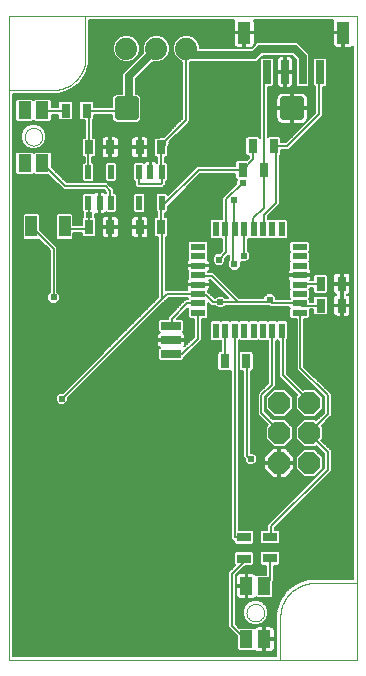
<source format=gtl>
G75*
G70*
%OFA0B0*%
%FSLAX24Y24*%
%IPPOS*%
%LPD*%
%AMOC8*
5,1,8,0,0,1.08239X$1,22.5*
%
%ADD10C,0.0000*%
%ADD11R,0.0500X0.0220*%
%ADD12R,0.0220X0.0500*%
%ADD13R,0.0669X0.0276*%
%ADD14R,0.0315X0.0472*%
%ADD15R,0.0217X0.0472*%
%ADD16R,0.0394X0.0709*%
%ADD17OC8,0.0740*%
%ADD18R,0.0472X0.0315*%
%ADD19C,0.0197*%
%ADD20R,0.0433X0.0591*%
%ADD21C,0.0740*%
%ADD22R,0.0276X0.0787*%
%ADD23R,0.0433X0.0748*%
%ADD24C,0.0060*%
%ADD25C,0.0080*%
%ADD26C,0.0240*%
%ADD27C,0.0276*%
D10*
X000373Y000131D02*
X000373Y019127D01*
X001840Y019127D01*
X001903Y019129D01*
X001967Y019134D01*
X002030Y019144D01*
X002092Y019156D01*
X002153Y019173D01*
X002213Y019193D01*
X002273Y019216D01*
X002330Y019243D01*
X002386Y019273D01*
X002440Y019307D01*
X002492Y019343D01*
X002542Y019382D01*
X002589Y019425D01*
X002634Y019470D01*
X002677Y019517D01*
X002716Y019567D01*
X002752Y019619D01*
X002786Y019673D01*
X002816Y019729D01*
X002843Y019786D01*
X002866Y019846D01*
X002886Y019906D01*
X002903Y019967D01*
X002915Y020029D01*
X002925Y020092D01*
X002930Y020156D01*
X002932Y020219D01*
X002932Y021588D01*
X011987Y021588D01*
X011987Y002690D01*
X010554Y002690D01*
X010489Y002688D01*
X010423Y002682D01*
X010358Y002673D01*
X010294Y002660D01*
X010231Y002643D01*
X010169Y002622D01*
X010108Y002598D01*
X010049Y002570D01*
X009991Y002539D01*
X009935Y002505D01*
X009882Y002467D01*
X009830Y002427D01*
X009781Y002383D01*
X009735Y002337D01*
X009691Y002288D01*
X009651Y002236D01*
X009613Y002183D01*
X009579Y002127D01*
X009548Y002069D01*
X009520Y002010D01*
X009496Y001949D01*
X009475Y001887D01*
X009458Y001824D01*
X009445Y001760D01*
X009436Y001695D01*
X009430Y001629D01*
X009428Y001564D01*
X009428Y000131D01*
X000373Y000131D01*
X008298Y001706D02*
X008300Y001740D01*
X008306Y001774D01*
X008316Y001807D01*
X008329Y001838D01*
X008347Y001868D01*
X008367Y001896D01*
X008391Y001921D01*
X008417Y001943D01*
X008445Y001961D01*
X008476Y001977D01*
X008508Y001989D01*
X008542Y001997D01*
X008576Y002001D01*
X008610Y002001D01*
X008644Y001997D01*
X008678Y001989D01*
X008710Y001977D01*
X008740Y001961D01*
X008769Y001943D01*
X008795Y001921D01*
X008819Y001896D01*
X008839Y001868D01*
X008857Y001838D01*
X008870Y001807D01*
X008880Y001774D01*
X008886Y001740D01*
X008888Y001706D01*
X008886Y001672D01*
X008880Y001638D01*
X008870Y001605D01*
X008857Y001574D01*
X008839Y001544D01*
X008819Y001516D01*
X008795Y001491D01*
X008769Y001469D01*
X008741Y001451D01*
X008710Y001435D01*
X008678Y001423D01*
X008644Y001415D01*
X008610Y001411D01*
X008576Y001411D01*
X008542Y001415D01*
X008508Y001423D01*
X008476Y001435D01*
X008445Y001451D01*
X008417Y001469D01*
X008391Y001491D01*
X008367Y001516D01*
X008347Y001544D01*
X008329Y001574D01*
X008316Y001605D01*
X008306Y001638D01*
X008300Y001672D01*
X008298Y001706D01*
X009428Y000131D02*
X011987Y000131D01*
X011987Y002690D01*
X000905Y017572D02*
X000907Y017606D01*
X000913Y017640D01*
X000923Y017673D01*
X000936Y017704D01*
X000954Y017734D01*
X000974Y017762D01*
X000998Y017787D01*
X001024Y017809D01*
X001052Y017827D01*
X001083Y017843D01*
X001115Y017855D01*
X001149Y017863D01*
X001183Y017867D01*
X001217Y017867D01*
X001251Y017863D01*
X001285Y017855D01*
X001317Y017843D01*
X001347Y017827D01*
X001376Y017809D01*
X001402Y017787D01*
X001426Y017762D01*
X001446Y017734D01*
X001464Y017704D01*
X001477Y017673D01*
X001487Y017640D01*
X001493Y017606D01*
X001495Y017572D01*
X001493Y017538D01*
X001487Y017504D01*
X001477Y017471D01*
X001464Y017440D01*
X001446Y017410D01*
X001426Y017382D01*
X001402Y017357D01*
X001376Y017335D01*
X001348Y017317D01*
X001317Y017301D01*
X001285Y017289D01*
X001251Y017281D01*
X001217Y017277D01*
X001183Y017277D01*
X001149Y017281D01*
X001115Y017289D01*
X001083Y017301D01*
X001052Y017317D01*
X001024Y017335D01*
X000998Y017357D01*
X000974Y017382D01*
X000954Y017410D01*
X000936Y017440D01*
X000923Y017471D01*
X000913Y017504D01*
X000907Y017538D01*
X000905Y017572D01*
X000373Y019127D02*
X000373Y021588D01*
X002932Y021588D01*
D11*
X006688Y013901D03*
X006688Y013586D03*
X006688Y013271D03*
X006688Y012956D03*
X006688Y012641D03*
X006688Y012326D03*
X006688Y012011D03*
X006688Y011696D03*
X010068Y011696D03*
X010068Y012011D03*
X010068Y012326D03*
X010068Y012641D03*
X010068Y012956D03*
X010068Y013271D03*
X010068Y013586D03*
X010068Y013901D03*
D12*
X009480Y014489D03*
X009165Y014489D03*
X008850Y014489D03*
X008536Y014489D03*
X008221Y014489D03*
X007906Y014489D03*
X007591Y014489D03*
X007276Y014489D03*
X007276Y011109D03*
X007591Y011109D03*
X007906Y011109D03*
X008221Y011109D03*
X008536Y011109D03*
X008850Y011109D03*
X009165Y011109D03*
X009480Y011109D03*
D13*
X005786Y011264D03*
X005786Y010792D03*
X005786Y010320D03*
D14*
X007578Y010096D03*
X008286Y010096D03*
X010767Y011942D03*
X010767Y012670D03*
X011475Y012670D03*
X011475Y011942D03*
X008877Y016470D03*
X009211Y017257D03*
X008503Y017257D03*
X008168Y016470D03*
X005452Y017218D03*
X004743Y017218D03*
X003759Y017218D03*
X003050Y017218D03*
X002975Y018438D03*
X002267Y018438D03*
X003050Y014560D03*
X003759Y014560D03*
X004743Y014560D03*
X005452Y014560D03*
D15*
X005471Y015367D03*
X004723Y015367D03*
X004723Y016391D03*
X005097Y016391D03*
X005471Y016391D03*
X003778Y016391D03*
X003030Y016391D03*
X003030Y015367D03*
X003404Y015367D03*
X003778Y015367D03*
D16*
X002233Y014580D03*
X001131Y014580D03*
D17*
X009393Y008694D03*
X009393Y007694D03*
X009393Y006694D03*
X010393Y006694D03*
X010393Y007694D03*
X010393Y008694D03*
D18*
X009082Y004229D03*
X009082Y003521D03*
X008219Y003509D03*
X008219Y004218D03*
D19*
X009527Y018222D02*
X009527Y018812D01*
X010117Y018812D01*
X010117Y018222D01*
X009527Y018222D01*
X009527Y018418D02*
X010117Y018418D01*
X010117Y018614D02*
X009527Y018614D01*
X009527Y018810D02*
X010117Y018810D01*
X004605Y018812D02*
X004605Y018222D01*
X004015Y018222D01*
X004015Y018812D01*
X004605Y018812D01*
X004605Y018418D02*
X004015Y018418D01*
X004015Y018614D02*
X004605Y018614D01*
X004605Y018810D02*
X004015Y018810D01*
D20*
X001495Y018458D03*
X000904Y018458D03*
X000904Y016686D03*
X001495Y016686D03*
X008298Y002592D03*
X008889Y002592D03*
X008889Y000820D03*
X008298Y000820D03*
D21*
X006294Y020509D03*
X005294Y020509D03*
X004294Y020509D03*
D22*
X008987Y019726D03*
X009578Y019726D03*
X010168Y019726D03*
X010759Y019726D03*
D23*
X011526Y021044D03*
X008219Y021044D03*
D24*
X008189Y021031D02*
X003062Y021031D01*
X003062Y020972D02*
X007873Y020972D01*
X007873Y021014D02*
X007873Y020653D01*
X007882Y020620D01*
X007899Y020591D01*
X007923Y020566D01*
X007953Y020549D01*
X007986Y020540D01*
X008189Y020540D01*
X008189Y021014D01*
X008249Y021014D01*
X008249Y020540D01*
X008453Y020540D01*
X008486Y020549D01*
X008516Y020566D01*
X008540Y020591D01*
X008557Y020620D01*
X008566Y020653D01*
X008566Y021014D01*
X008249Y021014D01*
X008249Y021074D01*
X008566Y021074D01*
X008566Y021436D01*
X008560Y021458D01*
X011186Y021458D01*
X011180Y021436D01*
X011180Y021074D01*
X011496Y021074D01*
X011496Y021014D01*
X011180Y021014D01*
X011180Y020653D01*
X011189Y020620D01*
X011206Y020591D01*
X011230Y020566D01*
X011260Y020549D01*
X011293Y020540D01*
X011496Y020540D01*
X011496Y021014D01*
X011556Y021014D01*
X011556Y020540D01*
X011760Y020540D01*
X011793Y020549D01*
X011823Y020566D01*
X011847Y020591D01*
X011857Y020608D01*
X011857Y002820D01*
X010500Y002820D01*
X010355Y002820D01*
X009977Y002697D01*
X009977Y002697D01*
X009655Y002463D01*
X009421Y002141D01*
X009298Y001763D01*
X009298Y001618D01*
X009298Y001566D01*
X009298Y001564D01*
X009298Y001510D01*
X009298Y000261D01*
X000503Y000261D01*
X000503Y018997D01*
X001786Y018997D01*
X001818Y018997D01*
X001894Y018997D01*
X001894Y018997D01*
X002034Y018997D01*
X002402Y019117D01*
X002715Y019344D01*
X002942Y019657D01*
X002942Y019657D01*
X003062Y020025D01*
X003062Y020026D01*
X003062Y020165D01*
X003062Y021458D01*
X007879Y021458D01*
X007873Y021436D01*
X007873Y021074D01*
X008189Y021074D01*
X008189Y021014D01*
X007873Y021014D01*
X007873Y021090D02*
X003062Y021090D01*
X003062Y021148D02*
X007873Y021148D01*
X007873Y021207D02*
X003062Y021207D01*
X003062Y021265D02*
X007873Y021265D01*
X007873Y021324D02*
X003062Y021324D01*
X003062Y021382D02*
X007873Y021382D01*
X007874Y021441D02*
X003062Y021441D01*
X003062Y020914D02*
X004070Y020914D01*
X004034Y020899D02*
X003904Y020770D01*
X003834Y020600D01*
X003834Y020417D01*
X003904Y020248D01*
X004034Y020119D01*
X004203Y020049D01*
X004386Y020049D01*
X004555Y020119D01*
X004684Y020248D01*
X004754Y020417D01*
X004754Y020600D01*
X004684Y020770D01*
X004555Y020899D01*
X004386Y020969D01*
X004203Y020969D01*
X004034Y020899D01*
X003990Y020855D02*
X003062Y020855D01*
X003062Y020797D02*
X003931Y020797D01*
X003891Y020738D02*
X003062Y020738D01*
X003062Y020680D02*
X003867Y020680D01*
X003843Y020621D02*
X003062Y020621D01*
X003062Y020563D02*
X003834Y020563D01*
X003834Y020504D02*
X003062Y020504D01*
X003062Y020446D02*
X003834Y020446D01*
X003847Y020387D02*
X003062Y020387D01*
X003062Y020328D02*
X003871Y020328D01*
X003895Y020270D02*
X003062Y020270D01*
X003062Y020211D02*
X003941Y020211D01*
X004000Y020153D02*
X003062Y020153D01*
X003062Y020165D02*
X003062Y020165D01*
X003062Y020094D02*
X004093Y020094D01*
X004347Y019860D02*
X003008Y019860D01*
X002989Y019802D02*
X004288Y019802D01*
X004294Y019808D02*
X004161Y019674D01*
X004161Y019001D01*
X003937Y019001D01*
X003826Y018890D01*
X003826Y018568D01*
X003223Y018568D01*
X003223Y018712D01*
X003170Y018764D01*
X002781Y018764D01*
X002728Y018712D01*
X002728Y018165D01*
X002781Y018112D01*
X002920Y018112D01*
X002920Y017544D01*
X002855Y017544D01*
X002803Y017491D01*
X002803Y016944D01*
X002855Y016891D01*
X002900Y016891D01*
X002900Y016717D01*
X002885Y016717D01*
X002832Y016664D01*
X002832Y016117D01*
X002885Y016065D01*
X003176Y016065D01*
X003229Y016117D01*
X003229Y016664D01*
X003176Y016717D01*
X003160Y016717D01*
X003160Y016891D01*
X003245Y016891D01*
X003298Y016944D01*
X003298Y017491D01*
X003245Y017544D01*
X003180Y017544D01*
X003180Y018122D01*
X003223Y018165D01*
X003223Y018308D01*
X003826Y018308D01*
X003826Y018144D01*
X003937Y018033D01*
X004683Y018033D01*
X004794Y018144D01*
X004794Y018890D01*
X004683Y019001D01*
X004617Y019001D01*
X004617Y019485D01*
X005187Y020056D01*
X005203Y020049D01*
X005386Y020049D01*
X005555Y020119D01*
X005684Y020248D01*
X005754Y020417D01*
X005754Y020600D01*
X005684Y020770D01*
X005555Y020899D01*
X005386Y020969D01*
X005203Y020969D01*
X005034Y020899D01*
X004904Y020770D01*
X004834Y020600D01*
X004834Y020417D01*
X004855Y020368D01*
X004294Y019808D01*
X004229Y019743D02*
X002970Y019743D01*
X002951Y019684D02*
X004171Y019684D01*
X004161Y019626D02*
X002919Y019626D01*
X002877Y019567D02*
X004161Y019567D01*
X004161Y019509D02*
X002834Y019509D01*
X002792Y019450D02*
X004161Y019450D01*
X004161Y019392D02*
X002749Y019392D01*
X002715Y019344D02*
X002715Y019344D01*
X002715Y019344D01*
X002700Y019333D02*
X004161Y019333D01*
X004161Y019275D02*
X002619Y019275D01*
X002538Y019216D02*
X004161Y019216D01*
X004161Y019158D02*
X002458Y019158D01*
X002402Y019117D02*
X002402Y019117D01*
X002347Y019099D02*
X004161Y019099D01*
X004161Y019041D02*
X002167Y019041D01*
X002034Y018997D02*
X002034Y018997D01*
X002072Y018764D02*
X002019Y018712D01*
X002019Y018568D01*
X001801Y018568D01*
X001801Y018790D01*
X001749Y018843D01*
X001241Y018843D01*
X001200Y018802D01*
X001158Y018843D01*
X000651Y018843D01*
X000598Y018790D01*
X000598Y018125D01*
X000651Y018073D01*
X001158Y018073D01*
X001200Y018114D01*
X001241Y018073D01*
X001749Y018073D01*
X001801Y018125D01*
X001801Y018308D01*
X002019Y018308D01*
X002019Y018165D01*
X002072Y018112D01*
X002461Y018112D01*
X002514Y018165D01*
X002514Y018712D01*
X002461Y018764D01*
X002072Y018764D01*
X002055Y018748D02*
X001801Y018748D01*
X001801Y018689D02*
X002019Y018689D01*
X002019Y018631D02*
X001801Y018631D01*
X001801Y018572D02*
X002019Y018572D01*
X002019Y018279D02*
X001801Y018279D01*
X001801Y018221D02*
X002019Y018221D01*
X002021Y018162D02*
X001801Y018162D01*
X001780Y018104D02*
X002920Y018104D01*
X002920Y018045D02*
X000503Y018045D01*
X000503Y017987D02*
X001090Y017987D01*
X001115Y017997D02*
X000959Y017932D01*
X000839Y017813D01*
X000774Y017657D01*
X000774Y017487D01*
X000839Y017331D01*
X000959Y017211D01*
X001115Y017147D01*
X001284Y017147D01*
X001441Y017211D01*
X001560Y017331D01*
X001625Y017487D01*
X001625Y017657D01*
X001560Y017813D01*
X001441Y017932D01*
X001284Y017997D01*
X001115Y017997D01*
X001189Y018104D02*
X001210Y018104D01*
X001310Y017987D02*
X002920Y017987D01*
X002920Y017928D02*
X001445Y017928D01*
X001503Y017870D02*
X002920Y017870D01*
X002920Y017811D02*
X001561Y017811D01*
X001585Y017753D02*
X002920Y017753D01*
X002920Y017694D02*
X001609Y017694D01*
X001625Y017635D02*
X002920Y017635D01*
X002920Y017577D02*
X001625Y017577D01*
X001625Y017518D02*
X002830Y017518D01*
X002803Y017460D02*
X001614Y017460D01*
X001589Y017401D02*
X002803Y017401D01*
X002803Y017343D02*
X001565Y017343D01*
X001513Y017284D02*
X002803Y017284D01*
X002803Y017226D02*
X001455Y017226D01*
X001334Y017167D02*
X002803Y017167D01*
X002803Y017109D02*
X000503Y017109D01*
X000503Y017167D02*
X001066Y017167D01*
X001158Y017071D02*
X000651Y017071D01*
X000598Y017019D01*
X000598Y016354D01*
X000651Y016301D01*
X001158Y016301D01*
X001200Y016342D01*
X001241Y016301D01*
X001696Y016301D01*
X002209Y015788D01*
X002316Y015788D01*
X003547Y015788D01*
X003629Y015707D01*
X003629Y015689D01*
X003619Y015679D01*
X003617Y015683D01*
X003592Y015707D01*
X003563Y015725D01*
X003530Y015733D01*
X003429Y015733D01*
X003429Y015392D01*
X003380Y015392D01*
X003380Y015733D01*
X003279Y015733D01*
X003246Y015725D01*
X003216Y015707D01*
X003192Y015683D01*
X003190Y015679D01*
X003176Y015693D01*
X002885Y015693D01*
X002832Y015641D01*
X002832Y015094D01*
X002853Y015073D01*
X002840Y015061D01*
X002840Y014887D01*
X002848Y014879D01*
X002803Y014834D01*
X002803Y014631D01*
X002520Y014631D01*
X002520Y014971D01*
X002467Y015024D01*
X001999Y015024D01*
X001946Y014971D01*
X001946Y014188D01*
X001999Y014136D01*
X002467Y014136D01*
X002520Y014188D01*
X002520Y014371D01*
X002803Y014371D01*
X002803Y014287D01*
X002855Y014234D01*
X003245Y014234D01*
X003298Y014287D01*
X003298Y014834D01*
X003252Y014879D01*
X003260Y014887D01*
X003260Y015006D01*
X003279Y015001D01*
X003380Y015001D01*
X003429Y015001D01*
X003530Y015001D01*
X005322Y015001D01*
X005322Y015045D02*
X005322Y014886D01*
X005257Y014886D01*
X005204Y014834D01*
X005204Y014287D01*
X005257Y014234D01*
X005361Y014234D01*
X005361Y012271D01*
X005361Y012232D01*
X002171Y009042D01*
X002058Y009042D01*
X001935Y008919D01*
X001935Y008745D01*
X002058Y008622D01*
X002232Y008622D01*
X002355Y008745D01*
X002355Y008858D01*
X005565Y012068D01*
X005641Y012144D01*
X005702Y012206D01*
X006348Y012206D01*
X006348Y012179D01*
X006358Y012169D01*
X006348Y012159D01*
X006348Y012151D01*
X006264Y012151D01*
X005752Y011639D01*
X005676Y011563D01*
X005676Y011492D01*
X005414Y011492D01*
X005362Y011440D01*
X005362Y011089D01*
X005401Y011050D01*
X005372Y011034D01*
X005348Y011010D01*
X005331Y010980D01*
X005322Y010947D01*
X005322Y010822D01*
X005756Y010822D01*
X005756Y010762D01*
X005322Y010762D01*
X005322Y010637D01*
X005331Y010604D01*
X005348Y010574D01*
X005372Y010550D01*
X005401Y010534D01*
X005362Y010495D01*
X005362Y010145D01*
X005414Y010092D01*
X006158Y010092D01*
X006211Y010145D01*
X006211Y010198D01*
X006214Y010198D01*
X006290Y010274D01*
X006802Y010786D01*
X007111Y010786D01*
X007128Y010769D02*
X007423Y010769D01*
X007433Y010779D01*
X007443Y010769D01*
X007448Y010769D01*
X007448Y010422D01*
X007383Y010422D01*
X007330Y010369D01*
X007330Y009822D01*
X007383Y009769D01*
X007772Y009769D01*
X007776Y009773D01*
X007776Y004164D01*
X007852Y004088D01*
X007893Y004088D01*
X007893Y004023D01*
X007946Y003970D01*
X008493Y003970D01*
X008546Y004023D01*
X008546Y004412D01*
X008493Y004465D01*
X008036Y004465D01*
X008036Y010769D01*
X008053Y010769D01*
X008063Y010779D01*
X008073Y010769D01*
X008368Y010769D01*
X008378Y010779D01*
X008388Y010769D01*
X008683Y010769D01*
X008693Y010779D01*
X008703Y010769D01*
X008998Y010769D01*
X009008Y010779D01*
X009018Y010769D01*
X009022Y010769D01*
X009022Y009358D01*
X008744Y009080D01*
X008668Y009004D01*
X008668Y008413D01*
X008668Y008306D01*
X009011Y007963D01*
X008933Y007885D01*
X008933Y007503D01*
X009202Y007234D01*
X009583Y007234D01*
X009853Y007503D01*
X009853Y007885D01*
X009583Y008154D01*
X009202Y008154D01*
X009195Y008147D01*
X008928Y008413D01*
X008928Y008896D01*
X009282Y009250D01*
X009282Y009358D01*
X009282Y010769D01*
X009313Y010769D01*
X009323Y010779D01*
X009333Y010769D01*
X009377Y010769D01*
X009377Y009673D01*
X009377Y009565D01*
X009995Y008947D01*
X009933Y008885D01*
X009933Y008503D01*
X009852Y008503D01*
X009853Y008503D02*
X009583Y008234D01*
X009202Y008234D01*
X008933Y008503D01*
X008928Y008503D01*
X008933Y008503D02*
X008933Y008885D01*
X009202Y009154D01*
X009583Y009154D01*
X009853Y008885D01*
X009853Y008503D01*
X009853Y008561D02*
X009933Y008561D01*
X009933Y008503D02*
X010202Y008234D01*
X010583Y008234D01*
X010853Y008503D01*
X010853Y008885D01*
X010583Y009154D01*
X010202Y009154D01*
X010179Y009131D01*
X009637Y009673D01*
X009637Y010778D01*
X009680Y010821D01*
X009680Y011396D01*
X009628Y011449D01*
X009333Y011449D01*
X009323Y011438D01*
X009313Y011449D01*
X009018Y011449D01*
X009008Y011438D01*
X008998Y011449D01*
X008703Y011449D01*
X008693Y011438D01*
X008683Y011449D01*
X008388Y011449D01*
X008378Y011438D01*
X008368Y011449D01*
X008073Y011449D01*
X008063Y011438D01*
X008053Y011449D01*
X007758Y011449D01*
X007748Y011438D01*
X007738Y011449D01*
X007443Y011449D01*
X007433Y011438D01*
X007423Y011449D01*
X007128Y011449D01*
X007076Y011396D01*
X007076Y010821D01*
X007128Y010769D01*
X007076Y010844D02*
X006802Y010844D01*
X006802Y010894D02*
X006802Y011496D01*
X006975Y011496D01*
X007028Y011549D01*
X007028Y011844D01*
X007018Y011854D01*
X007028Y011864D01*
X007028Y012032D01*
X007054Y012006D01*
X007130Y011930D01*
X007253Y011930D01*
X007333Y011850D01*
X007507Y011850D01*
X007587Y011930D01*
X007917Y011930D01*
X008025Y011930D01*
X008985Y011930D01*
X008987Y011929D01*
X009060Y011929D01*
X009099Y011891D01*
X009728Y011891D01*
X009728Y011864D01*
X009738Y011854D01*
X009728Y011844D01*
X009728Y011549D01*
X009781Y011496D01*
X009967Y011496D01*
X009967Y009909D01*
X009967Y009802D01*
X010873Y008896D01*
X010873Y008374D01*
X010618Y008119D01*
X010583Y008154D01*
X010202Y008154D01*
X009933Y007885D01*
X009933Y007503D01*
X010202Y007234D01*
X010583Y007234D01*
X010614Y007265D01*
X010873Y007006D01*
X010873Y006523D01*
X008983Y004634D01*
X008983Y004526D01*
X008983Y004477D01*
X008808Y004477D01*
X008755Y004424D01*
X008755Y004035D01*
X008808Y003982D01*
X009355Y003982D01*
X009408Y004035D01*
X009408Y004424D01*
X009355Y004477D01*
X009243Y004477D01*
X009243Y004526D01*
X011057Y006340D01*
X011133Y006416D01*
X011133Y007006D01*
X011133Y007114D01*
X010798Y007449D01*
X011857Y007449D01*
X011857Y007507D02*
X010853Y007507D01*
X010853Y007503D02*
X010853Y007885D01*
X010802Y007935D01*
X011057Y008190D01*
X011133Y008266D01*
X011133Y009004D01*
X011057Y009080D01*
X010227Y009909D01*
X010227Y011496D01*
X010355Y011496D01*
X010408Y011549D01*
X010408Y011812D01*
X010519Y011812D01*
X010519Y011669D01*
X010572Y011616D01*
X010961Y011616D01*
X011014Y011669D01*
X011014Y012216D01*
X010961Y012268D01*
X010572Y012268D01*
X010519Y012216D01*
X010519Y012072D01*
X010408Y012072D01*
X010408Y012159D01*
X010398Y012169D01*
X010408Y012179D01*
X010408Y012474D01*
X010398Y012484D01*
X010519Y012484D01*
X010519Y012521D02*
X010519Y012397D01*
X010572Y012344D01*
X010961Y012344D01*
X011014Y012397D01*
X011014Y012944D01*
X010961Y012997D01*
X010572Y012997D01*
X010519Y012944D01*
X010519Y012781D01*
X010430Y012781D01*
X010439Y012796D01*
X010448Y012829D01*
X010448Y012931D01*
X010093Y012931D01*
X010093Y012981D01*
X010448Y012981D01*
X010448Y013083D01*
X010439Y013116D01*
X010422Y013146D01*
X010408Y013160D01*
X010408Y013418D01*
X010398Y013429D01*
X010408Y013439D01*
X010408Y013733D01*
X010398Y013744D01*
X010408Y013754D01*
X010408Y014048D01*
X010355Y014101D01*
X009781Y014101D01*
X009728Y014048D01*
X009728Y013754D01*
X009738Y013744D01*
X009728Y013733D01*
X009728Y013439D01*
X009738Y013429D01*
X009728Y013418D01*
X009728Y013160D01*
X009714Y013146D01*
X009697Y013116D01*
X009688Y013083D01*
X009688Y012981D01*
X010043Y012981D01*
X010043Y012931D01*
X009688Y012931D01*
X009688Y012829D01*
X009697Y012796D01*
X009714Y012766D01*
X009728Y012752D01*
X009728Y012494D01*
X009738Y012484D01*
X009728Y012474D01*
X009728Y012179D01*
X009738Y012169D01*
X009728Y012159D01*
X009728Y012151D01*
X009284Y012151D01*
X009284Y012226D01*
X009161Y012349D01*
X008987Y012349D01*
X008864Y012226D01*
X008864Y012190D01*
X008065Y012190D01*
X008025Y012229D01*
X007198Y013056D01*
X007091Y013056D01*
X007028Y013056D01*
X007028Y013067D01*
X007042Y013081D01*
X007059Y013111D01*
X007068Y013144D01*
X007068Y013246D01*
X006713Y013246D01*
X006713Y013296D01*
X007068Y013296D01*
X007068Y013398D01*
X007059Y013431D01*
X007042Y013461D01*
X007028Y013475D01*
X007028Y013733D01*
X007018Y013744D01*
X007028Y013754D01*
X007028Y014048D01*
X006975Y014101D01*
X006401Y014101D01*
X006348Y014048D01*
X006348Y013754D01*
X006358Y013744D01*
X006348Y013733D01*
X006348Y013475D01*
X006334Y013461D01*
X006317Y013431D01*
X006308Y013398D01*
X006308Y013296D01*
X006663Y013296D01*
X006663Y013246D01*
X006308Y013246D01*
X006308Y013144D01*
X006317Y013111D01*
X006334Y013081D01*
X006348Y013067D01*
X006348Y012845D01*
X006334Y012831D01*
X006317Y012801D01*
X006308Y012768D01*
X006308Y012666D01*
X006663Y012666D01*
X006663Y012616D01*
X006308Y012616D01*
X006308Y012514D01*
X006317Y012481D01*
X006326Y012466D01*
X005621Y012466D01*
X005621Y014234D01*
X005646Y014234D01*
X005699Y014287D01*
X005699Y014834D01*
X005646Y014886D01*
X005582Y014886D01*
X005582Y015041D01*
X005617Y015041D01*
X005670Y015094D01*
X005670Y015244D01*
X006765Y016340D01*
X007921Y016340D01*
X007921Y016196D01*
X007973Y016143D01*
X007978Y016143D01*
X007958Y016124D01*
X007958Y016010D01*
X007487Y015539D01*
X007487Y015431D01*
X007487Y014829D01*
X007443Y014829D01*
X007433Y014818D01*
X007423Y014829D01*
X007128Y014829D01*
X007076Y014776D01*
X007076Y014201D01*
X007128Y014149D01*
X007423Y014149D01*
X007433Y014159D01*
X007443Y014149D01*
X007487Y014149D01*
X007487Y013768D01*
X007407Y013687D01*
X007294Y013687D01*
X007171Y013564D01*
X007171Y013390D01*
X007294Y013267D01*
X007468Y013267D01*
X007591Y013390D01*
X007591Y013504D01*
X007723Y013636D01*
X007723Y013448D01*
X007683Y013407D01*
X007683Y013233D01*
X007806Y013110D01*
X007980Y013110D01*
X008103Y013233D01*
X008103Y013404D01*
X008121Y013386D01*
X008295Y013386D01*
X008418Y013509D01*
X008418Y013683D01*
X008338Y013763D01*
X008338Y014149D01*
X008368Y014149D01*
X008378Y014159D01*
X008388Y014149D01*
X008683Y014149D01*
X008693Y014159D01*
X008703Y014149D01*
X008998Y014149D01*
X009008Y014159D01*
X009018Y014149D01*
X009313Y014149D01*
X009323Y014159D01*
X009333Y014149D01*
X009628Y014149D01*
X009680Y014201D01*
X009680Y014776D01*
X009628Y014829D01*
X009333Y014829D01*
X009323Y014818D01*
X009313Y014829D01*
X009018Y014829D01*
X009008Y014818D01*
X009007Y014820D01*
X009007Y014920D01*
X009324Y015237D01*
X009401Y015313D01*
X009401Y016931D01*
X009406Y016931D01*
X009459Y016984D01*
X009459Y017127D01*
X009718Y017127D01*
X009794Y017203D01*
X010781Y018190D01*
X010857Y018266D01*
X010857Y019242D01*
X010934Y019242D01*
X010986Y019295D01*
X010986Y020156D01*
X010934Y020209D01*
X010584Y020209D01*
X010531Y020156D01*
X010531Y019295D01*
X010584Y019242D01*
X010597Y019242D01*
X010597Y018374D01*
X009610Y017387D01*
X009459Y017387D01*
X009459Y017530D01*
X009406Y017583D01*
X009017Y017583D01*
X009007Y017573D01*
X009007Y019242D01*
X009162Y019242D01*
X009215Y019295D01*
X009215Y020156D01*
X009162Y020209D01*
X008812Y020209D01*
X008759Y020156D01*
X008759Y019681D01*
X008747Y019669D01*
X008747Y017534D01*
X008698Y017583D01*
X008308Y017583D01*
X008255Y017530D01*
X008255Y016984D01*
X008308Y016931D01*
X008393Y016931D01*
X008393Y016878D01*
X008311Y016796D01*
X007973Y016796D01*
X007921Y016743D01*
X007921Y016600D01*
X006658Y016600D01*
X006581Y016523D01*
X005670Y016523D01*
X005670Y016465D02*
X006523Y016465D01*
X006581Y016523D02*
X005670Y015611D01*
X005670Y015641D01*
X005617Y015693D01*
X005326Y015693D01*
X005273Y015641D01*
X005273Y015094D01*
X005322Y015045D01*
X005307Y015060D02*
X004887Y015060D01*
X004869Y015041D02*
X004922Y015094D01*
X004922Y015641D01*
X004869Y015693D01*
X004578Y015693D01*
X004525Y015641D01*
X004525Y015094D01*
X004578Y015041D01*
X004869Y015041D01*
X004922Y015118D02*
X005273Y015118D01*
X005273Y015177D02*
X004922Y015177D01*
X004922Y015235D02*
X005273Y015235D01*
X005273Y015294D02*
X004922Y015294D01*
X004922Y015352D02*
X005273Y015352D01*
X005273Y015411D02*
X004922Y015411D01*
X004922Y015469D02*
X005273Y015469D01*
X005273Y015528D02*
X004922Y015528D01*
X004922Y015586D02*
X005273Y015586D01*
X005277Y015645D02*
X004917Y015645D01*
X004650Y015867D02*
X005398Y015867D01*
X005505Y015867D01*
X005525Y015887D01*
X005601Y015963D01*
X005601Y016065D01*
X005617Y016065D01*
X005670Y016117D01*
X005670Y016664D01*
X005617Y016717D01*
X005582Y016717D01*
X005582Y016891D01*
X005646Y016891D01*
X005699Y016944D01*
X005699Y017239D01*
X005737Y017353D01*
X005722Y017383D01*
X006348Y018009D01*
X006424Y018085D01*
X006424Y020061D01*
X006609Y020061D01*
X008467Y020061D01*
X008656Y020061D01*
X008853Y020257D01*
X009806Y020257D01*
X009940Y020123D01*
X009940Y019631D01*
X009940Y019631D01*
X009940Y019295D01*
X009993Y019242D01*
X010343Y019242D01*
X010396Y019295D01*
X010396Y019631D01*
X010396Y019631D01*
X010396Y020123D01*
X010396Y020312D01*
X010128Y020580D01*
X009995Y020713D01*
X008853Y020713D01*
X008664Y020713D01*
X008467Y020516D01*
X006754Y020516D01*
X006754Y020600D01*
X006684Y020770D01*
X006555Y020899D01*
X006386Y020969D01*
X006203Y020969D01*
X006034Y020899D01*
X005904Y020770D01*
X005834Y020600D01*
X005834Y020417D01*
X005904Y020248D01*
X006034Y020119D01*
X006164Y020065D01*
X006164Y018193D01*
X005533Y017562D01*
X005474Y017582D01*
X005397Y017544D01*
X005257Y017544D01*
X005204Y017491D01*
X005204Y016944D01*
X005257Y016891D01*
X005322Y016891D01*
X005322Y016713D01*
X005312Y016703D01*
X005310Y016707D01*
X005285Y016731D01*
X005256Y016748D01*
X005223Y016757D01*
X005121Y016757D01*
X005121Y016415D01*
X005073Y016415D01*
X005073Y016757D01*
X004972Y016757D01*
X004939Y016748D01*
X004909Y016731D01*
X004885Y016707D01*
X004883Y016703D01*
X004869Y016717D01*
X004578Y016717D01*
X004525Y016664D01*
X004525Y016117D01*
X004574Y016069D01*
X004574Y016051D01*
X004574Y015943D01*
X004650Y015867D01*
X004638Y015879D02*
X003824Y015879D01*
X003766Y015938D02*
X004579Y015938D01*
X004574Y015996D02*
X003707Y015996D01*
X003731Y015972D02*
X003655Y016048D01*
X002316Y016048D01*
X001801Y016563D01*
X001801Y017019D01*
X001749Y017071D01*
X001241Y017071D01*
X001200Y017030D01*
X001158Y017071D01*
X001180Y017050D02*
X001220Y017050D01*
X000945Y017226D02*
X000503Y017226D01*
X000503Y017284D02*
X000886Y017284D01*
X000834Y017343D02*
X000503Y017343D01*
X000503Y017401D02*
X000810Y017401D01*
X000786Y017460D02*
X000503Y017460D01*
X000503Y017518D02*
X000774Y017518D01*
X000774Y017577D02*
X000503Y017577D01*
X000503Y017635D02*
X000774Y017635D01*
X000790Y017694D02*
X000503Y017694D01*
X000503Y017753D02*
X000814Y017753D01*
X000838Y017811D02*
X000503Y017811D01*
X000503Y017870D02*
X000896Y017870D01*
X000954Y017928D02*
X000503Y017928D01*
X000503Y018104D02*
X000619Y018104D01*
X000598Y018162D02*
X000503Y018162D01*
X000503Y018221D02*
X000598Y018221D01*
X000598Y018279D02*
X000503Y018279D01*
X000503Y018338D02*
X000598Y018338D01*
X000598Y018397D02*
X000503Y018397D01*
X000503Y018455D02*
X000598Y018455D01*
X000598Y018514D02*
X000503Y018514D01*
X000503Y018572D02*
X000598Y018572D01*
X000598Y018631D02*
X000503Y018631D01*
X000503Y018689D02*
X000598Y018689D01*
X000598Y018748D02*
X000503Y018748D01*
X000503Y018806D02*
X000614Y018806D01*
X000503Y018865D02*
X003826Y018865D01*
X003826Y018806D02*
X001785Y018806D01*
X001204Y018806D02*
X001195Y018806D01*
X000503Y018923D02*
X003859Y018923D01*
X003918Y018982D02*
X000503Y018982D01*
X000503Y017050D02*
X000629Y017050D01*
X000598Y016991D02*
X000503Y016991D01*
X000503Y016933D02*
X000598Y016933D01*
X000598Y016874D02*
X000503Y016874D01*
X000503Y016816D02*
X000598Y016816D01*
X000598Y016757D02*
X000503Y016757D01*
X000503Y016699D02*
X000598Y016699D01*
X000598Y016640D02*
X000503Y016640D01*
X000503Y016582D02*
X000598Y016582D01*
X000598Y016523D02*
X000503Y016523D01*
X000503Y016465D02*
X000598Y016465D01*
X000598Y016406D02*
X000503Y016406D01*
X000503Y016348D02*
X000604Y016348D01*
X000503Y016289D02*
X001708Y016289D01*
X001767Y016230D02*
X000503Y016230D01*
X000503Y016172D02*
X001825Y016172D01*
X001884Y016113D02*
X000503Y016113D01*
X000503Y016055D02*
X001942Y016055D01*
X002001Y015996D02*
X000503Y015996D01*
X000503Y015938D02*
X002060Y015938D01*
X002118Y015879D02*
X000503Y015879D01*
X000503Y015821D02*
X002177Y015821D01*
X002310Y016055D02*
X004574Y016055D01*
X004529Y016113D02*
X003973Y016113D01*
X003977Y016117D02*
X003924Y016065D01*
X003633Y016065D01*
X003580Y016117D01*
X003580Y016664D01*
X003633Y016717D01*
X003924Y016717D01*
X003977Y016664D01*
X003977Y016117D01*
X003977Y016172D02*
X004525Y016172D01*
X004525Y016230D02*
X003977Y016230D01*
X003977Y016289D02*
X004525Y016289D01*
X004525Y016348D02*
X003977Y016348D01*
X003977Y016406D02*
X004525Y016406D01*
X004525Y016465D02*
X003977Y016465D01*
X003977Y016523D02*
X004525Y016523D01*
X004525Y016582D02*
X003977Y016582D01*
X003977Y016640D02*
X004525Y016640D01*
X004559Y016699D02*
X003942Y016699D01*
X003933Y016851D02*
X003966Y016860D01*
X003996Y016877D01*
X004020Y016902D01*
X004037Y016931D01*
X004046Y016964D01*
X004046Y017188D01*
X003789Y017188D01*
X003789Y017248D01*
X003729Y017248D01*
X003729Y017584D01*
X003584Y017584D01*
X003551Y017575D01*
X003521Y017558D01*
X003497Y017534D01*
X003480Y017504D01*
X003471Y017471D01*
X003471Y017248D01*
X003729Y017248D01*
X003729Y017188D01*
X003471Y017188D01*
X003471Y016964D01*
X003480Y016931D01*
X003497Y016902D01*
X003521Y016877D01*
X003551Y016860D01*
X003584Y016851D01*
X003729Y016851D01*
X003729Y017187D01*
X003789Y017187D01*
X003789Y016851D01*
X003933Y016851D01*
X003991Y016874D02*
X004511Y016874D01*
X004506Y016877D02*
X004535Y016860D01*
X004568Y016851D01*
X004713Y016851D01*
X004713Y017187D01*
X004773Y017187D01*
X004773Y016851D01*
X004918Y016851D01*
X004951Y016860D01*
X004980Y016877D01*
X005004Y016902D01*
X005022Y016931D01*
X005030Y016964D01*
X005030Y017188D01*
X004773Y017188D01*
X004773Y017248D01*
X004713Y017248D01*
X004713Y017584D01*
X004568Y017584D01*
X004535Y017575D01*
X004506Y017558D01*
X004481Y017534D01*
X004464Y017504D01*
X004456Y017471D01*
X004456Y017248D01*
X004713Y017248D01*
X004713Y017188D01*
X004456Y017188D01*
X004456Y016964D01*
X004464Y016931D01*
X004481Y016902D01*
X004506Y016877D01*
X004464Y016933D02*
X004038Y016933D01*
X004046Y016991D02*
X004456Y016991D01*
X004456Y017050D02*
X004046Y017050D01*
X004046Y017109D02*
X004456Y017109D01*
X004456Y017167D02*
X004046Y017167D01*
X004046Y017248D02*
X004046Y017471D01*
X004037Y017504D01*
X004020Y017534D01*
X003996Y017558D01*
X003966Y017575D01*
X003933Y017584D01*
X003789Y017584D01*
X003789Y017248D01*
X004046Y017248D01*
X004046Y017284D02*
X004456Y017284D01*
X004456Y017343D02*
X004046Y017343D01*
X004046Y017401D02*
X004456Y017401D01*
X004456Y017460D02*
X004046Y017460D01*
X004029Y017518D02*
X004473Y017518D01*
X004543Y017577D02*
X003959Y017577D01*
X003789Y017577D02*
X003729Y017577D01*
X003729Y017518D02*
X003789Y017518D01*
X003789Y017460D02*
X003729Y017460D01*
X003729Y017401D02*
X003789Y017401D01*
X003789Y017343D02*
X003729Y017343D01*
X003729Y017284D02*
X003789Y017284D01*
X003789Y017226D02*
X004713Y017226D01*
X004713Y017284D02*
X004773Y017284D01*
X004773Y017248D02*
X004773Y017584D01*
X004918Y017584D01*
X004951Y017575D01*
X004980Y017558D01*
X005004Y017534D01*
X005022Y017504D01*
X005030Y017471D01*
X005030Y017248D01*
X004773Y017248D01*
X004773Y017226D02*
X005204Y017226D01*
X005204Y017284D02*
X005030Y017284D01*
X005030Y017343D02*
X005204Y017343D01*
X005204Y017401D02*
X005030Y017401D01*
X005030Y017460D02*
X005204Y017460D01*
X005231Y017518D02*
X005013Y017518D01*
X004943Y017577D02*
X005464Y017577D01*
X005488Y017577D02*
X005548Y017577D01*
X005607Y017635D02*
X003180Y017635D01*
X003180Y017577D02*
X003558Y017577D01*
X003488Y017518D02*
X003270Y017518D01*
X003298Y017460D02*
X003471Y017460D01*
X003471Y017401D02*
X003298Y017401D01*
X003298Y017343D02*
X003471Y017343D01*
X003471Y017284D02*
X003298Y017284D01*
X003298Y017226D02*
X003729Y017226D01*
X003729Y017167D02*
X003789Y017167D01*
X003789Y017109D02*
X003729Y017109D01*
X003729Y017050D02*
X003789Y017050D01*
X003789Y016991D02*
X003729Y016991D01*
X003729Y016933D02*
X003789Y016933D01*
X003789Y016874D02*
X003729Y016874D01*
X003527Y016874D02*
X003160Y016874D01*
X003160Y016816D02*
X005322Y016816D01*
X005322Y016874D02*
X004975Y016874D01*
X005022Y016933D02*
X005215Y016933D01*
X005204Y016991D02*
X005030Y016991D01*
X005030Y017050D02*
X005204Y017050D01*
X005204Y017109D02*
X005030Y017109D01*
X005030Y017167D02*
X005204Y017167D01*
X005322Y016757D02*
X003160Y016757D01*
X003194Y016699D02*
X003615Y016699D01*
X003580Y016640D02*
X003229Y016640D01*
X003229Y016582D02*
X003580Y016582D01*
X003580Y016523D02*
X003229Y016523D01*
X003229Y016465D02*
X003580Y016465D01*
X003580Y016406D02*
X003229Y016406D01*
X003229Y016348D02*
X003580Y016348D01*
X003580Y016289D02*
X003229Y016289D01*
X003229Y016230D02*
X003580Y016230D01*
X003580Y016172D02*
X003229Y016172D01*
X003225Y016113D02*
X003584Y016113D01*
X003731Y015972D02*
X003889Y015815D01*
X003889Y015707D01*
X003889Y015693D01*
X003924Y015693D01*
X003977Y015641D01*
X003977Y015094D01*
X003924Y015041D01*
X003633Y015041D01*
X003619Y015055D01*
X003617Y015051D01*
X003592Y015027D01*
X003563Y015010D01*
X003530Y015001D01*
X003551Y014917D02*
X003584Y014926D01*
X003729Y014926D01*
X003729Y014590D01*
X003789Y014590D01*
X004046Y014590D01*
X004046Y014814D01*
X004037Y014847D01*
X004020Y014876D01*
X003996Y014900D01*
X003966Y014917D01*
X003933Y014926D01*
X003789Y014926D01*
X003789Y014590D01*
X003789Y014530D01*
X004046Y014530D01*
X004046Y014307D01*
X004037Y014274D01*
X004020Y014244D01*
X003996Y014220D01*
X003966Y014203D01*
X003933Y014194D01*
X003789Y014194D01*
X003789Y014530D01*
X003729Y014530D01*
X003729Y014194D01*
X003584Y014194D01*
X003551Y014203D01*
X003521Y014220D01*
X003497Y014244D01*
X003480Y014274D01*
X003471Y014307D01*
X003471Y014530D01*
X003729Y014530D01*
X003729Y014590D01*
X003471Y014590D01*
X003471Y014814D01*
X003480Y014847D01*
X003497Y014876D01*
X003521Y014900D01*
X003551Y014917D01*
X003505Y014884D02*
X003257Y014884D01*
X003260Y014942D02*
X005322Y014942D01*
X005254Y014884D02*
X004997Y014884D01*
X005004Y014876D02*
X004980Y014900D01*
X004951Y014917D01*
X004918Y014926D01*
X004773Y014926D01*
X004773Y014590D01*
X005030Y014590D01*
X005030Y014814D01*
X005022Y014847D01*
X005004Y014876D01*
X005027Y014825D02*
X005204Y014825D01*
X005204Y014767D02*
X005030Y014767D01*
X005030Y014708D02*
X005204Y014708D01*
X005204Y014650D02*
X005030Y014650D01*
X005030Y014591D02*
X005204Y014591D01*
X005204Y014533D02*
X004773Y014533D01*
X004773Y014530D02*
X004773Y014590D01*
X004713Y014590D01*
X004713Y014530D01*
X004773Y014530D01*
X004773Y014194D01*
X004918Y014194D01*
X004951Y014203D01*
X004980Y014220D01*
X005004Y014244D01*
X005022Y014274D01*
X005030Y014307D01*
X005030Y014530D01*
X004773Y014530D01*
X004773Y014474D02*
X004713Y014474D01*
X004713Y014530D02*
X004713Y014194D01*
X004568Y014194D01*
X004535Y014203D01*
X004506Y014220D01*
X004481Y014244D01*
X004464Y014274D01*
X004456Y014307D01*
X004456Y014530D01*
X004713Y014530D01*
X004713Y014533D02*
X003789Y014533D01*
X003789Y014591D02*
X003729Y014591D01*
X003729Y014533D02*
X003298Y014533D01*
X003298Y014591D02*
X003471Y014591D01*
X003471Y014650D02*
X003298Y014650D01*
X003298Y014708D02*
X003471Y014708D01*
X003471Y014767D02*
X003298Y014767D01*
X003298Y014825D02*
X003474Y014825D01*
X003429Y015001D02*
X003429Y015343D01*
X003380Y015343D01*
X003380Y015001D01*
X003380Y015060D02*
X003429Y015060D01*
X003429Y015118D02*
X003380Y015118D01*
X003380Y015177D02*
X003429Y015177D01*
X003429Y015235D02*
X003380Y015235D01*
X003380Y015294D02*
X003429Y015294D01*
X003429Y015411D02*
X003380Y015411D01*
X003380Y015469D02*
X003429Y015469D01*
X003429Y015528D02*
X003380Y015528D01*
X003380Y015586D02*
X003429Y015586D01*
X003429Y015645D02*
X003380Y015645D01*
X003380Y015704D02*
X003429Y015704D01*
X003574Y015762D02*
X000503Y015762D01*
X000503Y015704D02*
X003212Y015704D01*
X002836Y015645D02*
X000503Y015645D01*
X000503Y015586D02*
X002832Y015586D01*
X002832Y015528D02*
X000503Y015528D01*
X000503Y015469D02*
X002832Y015469D01*
X002832Y015411D02*
X000503Y015411D01*
X000503Y015352D02*
X002832Y015352D01*
X002832Y015294D02*
X000503Y015294D01*
X000503Y015235D02*
X002832Y015235D01*
X002832Y015177D02*
X000503Y015177D01*
X000503Y015118D02*
X002832Y015118D01*
X002840Y015060D02*
X000503Y015060D01*
X000503Y015001D02*
X000874Y015001D01*
X000897Y015024D02*
X000844Y014971D01*
X000844Y014188D01*
X000897Y014136D01*
X001365Y014136D01*
X001373Y014144D01*
X001739Y013778D01*
X001739Y012385D01*
X001659Y012305D01*
X001659Y012131D01*
X001782Y012008D01*
X001956Y012008D01*
X002079Y012131D01*
X002079Y012305D01*
X001999Y012385D01*
X001999Y013886D01*
X001923Y013962D01*
X001923Y013962D01*
X001418Y014467D01*
X001418Y014971D01*
X001365Y015024D01*
X000897Y015024D01*
X000844Y014942D02*
X000503Y014942D01*
X000503Y014884D02*
X000844Y014884D01*
X000844Y014825D02*
X000503Y014825D01*
X000503Y014767D02*
X000844Y014767D01*
X000844Y014708D02*
X000503Y014708D01*
X000503Y014650D02*
X000844Y014650D01*
X000844Y014591D02*
X000503Y014591D01*
X000503Y014533D02*
X000844Y014533D01*
X000844Y014474D02*
X000503Y014474D01*
X000503Y014416D02*
X000844Y014416D01*
X000844Y014357D02*
X000503Y014357D01*
X000503Y014299D02*
X000844Y014299D01*
X000844Y014240D02*
X000503Y014240D01*
X000503Y014181D02*
X000851Y014181D01*
X000503Y014123D02*
X001394Y014123D01*
X001453Y014064D02*
X000503Y014064D01*
X000503Y014006D02*
X001511Y014006D01*
X001570Y013947D02*
X000503Y013947D01*
X000503Y013889D02*
X001628Y013889D01*
X001687Y013830D02*
X000503Y013830D01*
X000503Y013772D02*
X001739Y013772D01*
X001739Y013713D02*
X000503Y013713D01*
X000503Y013655D02*
X001739Y013655D01*
X001739Y013596D02*
X000503Y013596D01*
X000503Y013537D02*
X001739Y013537D01*
X001739Y013479D02*
X000503Y013479D01*
X000503Y013420D02*
X001739Y013420D01*
X001739Y013362D02*
X000503Y013362D01*
X000503Y013303D02*
X001739Y013303D01*
X001739Y013245D02*
X000503Y013245D01*
X000503Y013186D02*
X001739Y013186D01*
X001739Y013128D02*
X000503Y013128D01*
X000503Y013069D02*
X001739Y013069D01*
X001739Y013011D02*
X000503Y013011D01*
X000503Y012952D02*
X001739Y012952D01*
X001739Y012893D02*
X000503Y012893D01*
X000503Y012835D02*
X001739Y012835D01*
X001739Y012776D02*
X000503Y012776D01*
X000503Y012718D02*
X001739Y012718D01*
X001739Y012659D02*
X000503Y012659D01*
X000503Y012601D02*
X001739Y012601D01*
X001739Y012542D02*
X000503Y012542D01*
X000503Y012484D02*
X001739Y012484D01*
X001739Y012425D02*
X000503Y012425D01*
X000503Y012367D02*
X001721Y012367D01*
X001662Y012308D02*
X000503Y012308D01*
X000503Y012249D02*
X001659Y012249D01*
X001659Y012191D02*
X000503Y012191D01*
X000503Y012132D02*
X001659Y012132D01*
X001716Y012074D02*
X000503Y012074D01*
X000503Y012015D02*
X001774Y012015D01*
X001964Y012015D02*
X005144Y012015D01*
X005086Y011957D02*
X000503Y011957D01*
X000503Y011898D02*
X005027Y011898D01*
X004969Y011840D02*
X000503Y011840D01*
X000503Y011781D02*
X004910Y011781D01*
X004852Y011723D02*
X000503Y011723D01*
X000503Y011664D02*
X004793Y011664D01*
X004734Y011606D02*
X000503Y011606D01*
X000503Y011547D02*
X004676Y011547D01*
X004617Y011488D02*
X000503Y011488D01*
X000503Y011430D02*
X004559Y011430D01*
X004500Y011371D02*
X000503Y011371D01*
X000503Y011313D02*
X004442Y011313D01*
X004383Y011254D02*
X000503Y011254D01*
X000503Y011196D02*
X004325Y011196D01*
X004266Y011137D02*
X000503Y011137D01*
X000503Y011079D02*
X004208Y011079D01*
X004149Y011020D02*
X000503Y011020D01*
X000503Y010962D02*
X004091Y010962D01*
X004032Y010903D02*
X000503Y010903D01*
X000503Y010844D02*
X003973Y010844D01*
X003915Y010786D02*
X000503Y010786D01*
X000503Y010727D02*
X003856Y010727D01*
X003798Y010669D02*
X000503Y010669D01*
X000503Y010610D02*
X003739Y010610D01*
X003681Y010552D02*
X000503Y010552D01*
X000503Y010493D02*
X003622Y010493D01*
X003564Y010435D02*
X000503Y010435D01*
X000503Y010376D02*
X003505Y010376D01*
X003447Y010318D02*
X000503Y010318D01*
X000503Y010259D02*
X003388Y010259D01*
X003329Y010200D02*
X000503Y010200D01*
X000503Y010142D02*
X003271Y010142D01*
X003212Y010083D02*
X000503Y010083D01*
X000503Y010025D02*
X003154Y010025D01*
X003095Y009966D02*
X000503Y009966D01*
X000503Y009908D02*
X003037Y009908D01*
X002978Y009849D02*
X000503Y009849D01*
X000503Y009791D02*
X002920Y009791D01*
X002861Y009732D02*
X000503Y009732D01*
X000503Y009674D02*
X002803Y009674D01*
X002744Y009615D02*
X000503Y009615D01*
X000503Y009556D02*
X002685Y009556D01*
X002627Y009498D02*
X000503Y009498D01*
X000503Y009439D02*
X002568Y009439D01*
X002510Y009381D02*
X000503Y009381D01*
X000503Y009322D02*
X002451Y009322D01*
X002393Y009264D02*
X000503Y009264D01*
X000503Y009205D02*
X002334Y009205D01*
X002276Y009147D02*
X000503Y009147D01*
X000503Y009088D02*
X002217Y009088D01*
X002045Y009030D02*
X000503Y009030D01*
X000503Y008971D02*
X001987Y008971D01*
X001935Y008913D02*
X000503Y008913D01*
X000503Y008854D02*
X001935Y008854D01*
X001935Y008795D02*
X000503Y008795D01*
X000503Y008737D02*
X001942Y008737D01*
X002001Y008678D02*
X000503Y008678D01*
X000503Y008620D02*
X007776Y008620D01*
X007776Y008678D02*
X002288Y008678D01*
X002347Y008737D02*
X007776Y008737D01*
X007776Y008795D02*
X002355Y008795D01*
X002355Y008854D02*
X007776Y008854D01*
X007776Y008913D02*
X002409Y008913D01*
X002468Y008971D02*
X007776Y008971D01*
X007776Y009030D02*
X002526Y009030D01*
X002585Y009088D02*
X007776Y009088D01*
X007776Y009147D02*
X002643Y009147D01*
X002702Y009205D02*
X007776Y009205D01*
X007776Y009264D02*
X002760Y009264D01*
X002819Y009322D02*
X007776Y009322D01*
X007776Y009381D02*
X002877Y009381D01*
X002936Y009439D02*
X007776Y009439D01*
X007776Y009498D02*
X002994Y009498D01*
X003053Y009556D02*
X007776Y009556D01*
X007776Y009615D02*
X003112Y009615D01*
X003170Y009674D02*
X007776Y009674D01*
X007776Y009732D02*
X003229Y009732D01*
X003287Y009791D02*
X007362Y009791D01*
X007330Y009849D02*
X003346Y009849D01*
X003404Y009908D02*
X007330Y009908D01*
X007330Y009966D02*
X003463Y009966D01*
X003521Y010025D02*
X007330Y010025D01*
X007330Y010083D02*
X003580Y010083D01*
X003638Y010142D02*
X005364Y010142D01*
X005362Y010200D02*
X003697Y010200D01*
X003756Y010259D02*
X005362Y010259D01*
X005362Y010318D02*
X003814Y010318D01*
X003873Y010376D02*
X005362Y010376D01*
X005362Y010435D02*
X003931Y010435D01*
X003990Y010493D02*
X005362Y010493D01*
X005370Y010552D02*
X004048Y010552D01*
X004107Y010610D02*
X005329Y010610D01*
X005322Y010669D02*
X004165Y010669D01*
X004224Y010727D02*
X005322Y010727D01*
X005322Y010844D02*
X004341Y010844D01*
X004282Y010786D02*
X005756Y010786D01*
X005816Y010786D02*
X006435Y010786D01*
X006493Y010844D02*
X006251Y010844D01*
X006251Y010822D02*
X006251Y010947D01*
X006242Y010980D01*
X006225Y011010D01*
X006201Y011034D01*
X006172Y011050D01*
X006211Y011089D01*
X006211Y011440D01*
X006158Y011492D01*
X005973Y011492D01*
X006348Y011867D01*
X006348Y011864D01*
X006358Y011854D01*
X006348Y011844D01*
X006348Y011549D01*
X006401Y011496D01*
X006542Y011496D01*
X006542Y010894D01*
X006227Y010579D01*
X006242Y010604D01*
X006251Y010637D01*
X006251Y010762D01*
X005816Y010762D01*
X005816Y010822D01*
X006251Y010822D01*
X006251Y010903D02*
X006542Y010903D01*
X006542Y010962D02*
X006247Y010962D01*
X006214Y011020D02*
X006542Y011020D01*
X006542Y011079D02*
X006200Y011079D01*
X006211Y011137D02*
X006542Y011137D01*
X006542Y011196D02*
X006211Y011196D01*
X006211Y011254D02*
X006542Y011254D01*
X006542Y011313D02*
X006211Y011313D01*
X006211Y011371D02*
X006542Y011371D01*
X006542Y011430D02*
X006211Y011430D01*
X006162Y011488D02*
X006542Y011488D01*
X006350Y011547D02*
X006028Y011547D01*
X006086Y011606D02*
X006348Y011606D01*
X006348Y011664D02*
X006145Y011664D01*
X006203Y011723D02*
X006348Y011723D01*
X006348Y011781D02*
X006262Y011781D01*
X006320Y011840D02*
X006348Y011840D01*
X006129Y012015D02*
X005512Y012015D01*
X005453Y011957D02*
X006070Y011957D01*
X006011Y011898D02*
X005395Y011898D01*
X005336Y011840D02*
X005953Y011840D01*
X005894Y011781D02*
X005278Y011781D01*
X005219Y011723D02*
X005836Y011723D01*
X005777Y011664D02*
X005161Y011664D01*
X005102Y011606D02*
X005719Y011606D01*
X005676Y011547D02*
X005044Y011547D01*
X004985Y011488D02*
X005411Y011488D01*
X005362Y011430D02*
X004926Y011430D01*
X004868Y011371D02*
X005362Y011371D01*
X005362Y011313D02*
X004809Y011313D01*
X004751Y011254D02*
X005362Y011254D01*
X005362Y011196D02*
X004692Y011196D01*
X004634Y011137D02*
X005362Y011137D01*
X005372Y011079D02*
X004575Y011079D01*
X004517Y011020D02*
X005358Y011020D01*
X005326Y010962D02*
X004458Y010962D01*
X004400Y010903D02*
X005322Y010903D01*
X006251Y010727D02*
X006376Y010727D01*
X006317Y010669D02*
X006251Y010669D01*
X006244Y010610D02*
X006259Y010610D01*
X006451Y010435D02*
X007448Y010435D01*
X007448Y010493D02*
X006509Y010493D01*
X006568Y010552D02*
X007448Y010552D01*
X007448Y010610D02*
X006627Y010610D01*
X006685Y010669D02*
X007448Y010669D01*
X007448Y010727D02*
X006744Y010727D01*
X006802Y010786D02*
X006802Y010894D01*
X006802Y010903D02*
X007076Y010903D01*
X007076Y010962D02*
X006802Y010962D01*
X006802Y011020D02*
X007076Y011020D01*
X007076Y011079D02*
X006802Y011079D01*
X006802Y011137D02*
X007076Y011137D01*
X007076Y011196D02*
X006802Y011196D01*
X006802Y011254D02*
X007076Y011254D01*
X007076Y011313D02*
X006802Y011313D01*
X006802Y011371D02*
X007076Y011371D01*
X007110Y011430D02*
X006802Y011430D01*
X006802Y011488D02*
X009967Y011488D01*
X009967Y011430D02*
X009646Y011430D01*
X009680Y011371D02*
X009967Y011371D01*
X009967Y011313D02*
X009680Y011313D01*
X009680Y011254D02*
X009967Y011254D01*
X009967Y011196D02*
X009680Y011196D01*
X009680Y011137D02*
X009967Y011137D01*
X009967Y011079D02*
X009680Y011079D01*
X009680Y011020D02*
X009967Y011020D01*
X009967Y010962D02*
X009680Y010962D01*
X009680Y010903D02*
X009967Y010903D01*
X009967Y010844D02*
X009680Y010844D01*
X009645Y010786D02*
X009967Y010786D01*
X009967Y010727D02*
X009637Y010727D01*
X009637Y010669D02*
X009967Y010669D01*
X009967Y010610D02*
X009637Y010610D01*
X009637Y010552D02*
X009967Y010552D01*
X009967Y010493D02*
X009637Y010493D01*
X009637Y010435D02*
X009967Y010435D01*
X009967Y010376D02*
X009637Y010376D01*
X009637Y010318D02*
X009967Y010318D01*
X009967Y010259D02*
X009637Y010259D01*
X009637Y010200D02*
X009967Y010200D01*
X009967Y010142D02*
X009637Y010142D01*
X009637Y010083D02*
X009967Y010083D01*
X009967Y010025D02*
X009637Y010025D01*
X009637Y009966D02*
X009967Y009966D01*
X009967Y009908D02*
X009637Y009908D01*
X009637Y009849D02*
X009967Y009849D01*
X009978Y009791D02*
X009637Y009791D01*
X009637Y009732D02*
X010037Y009732D01*
X010095Y009674D02*
X009637Y009674D01*
X009695Y009615D02*
X010154Y009615D01*
X010212Y009556D02*
X009753Y009556D01*
X009812Y009498D02*
X010271Y009498D01*
X010329Y009439D02*
X009870Y009439D01*
X009929Y009381D02*
X010388Y009381D01*
X010447Y009322D02*
X009987Y009322D01*
X010046Y009264D02*
X010505Y009264D01*
X010564Y009205D02*
X010105Y009205D01*
X010163Y009147D02*
X010195Y009147D01*
X009971Y008971D02*
X009766Y008971D01*
X009825Y008913D02*
X009961Y008913D01*
X009933Y008854D02*
X009853Y008854D01*
X009853Y008795D02*
X009933Y008795D01*
X009933Y008737D02*
X009853Y008737D01*
X009853Y008678D02*
X009933Y008678D01*
X009933Y008620D02*
X009853Y008620D01*
X009793Y008444D02*
X009992Y008444D01*
X010050Y008386D02*
X009735Y008386D01*
X009676Y008327D02*
X010109Y008327D01*
X010168Y008269D02*
X009618Y008269D01*
X009586Y008151D02*
X010200Y008151D01*
X010141Y008093D02*
X009644Y008093D01*
X009703Y008034D02*
X010082Y008034D01*
X010024Y007976D02*
X009761Y007976D01*
X009820Y007917D02*
X009965Y007917D01*
X009933Y007859D02*
X009853Y007859D01*
X009853Y007800D02*
X009933Y007800D01*
X009933Y007742D02*
X009853Y007742D01*
X009853Y007683D02*
X009933Y007683D01*
X009933Y007625D02*
X009853Y007625D01*
X009853Y007566D02*
X009933Y007566D01*
X009933Y007507D02*
X009853Y007507D01*
X009798Y007449D02*
X009987Y007449D01*
X010046Y007390D02*
X009739Y007390D01*
X009681Y007332D02*
X010104Y007332D01*
X010163Y007273D02*
X009622Y007273D01*
X009600Y007194D02*
X009423Y007194D01*
X009423Y006724D01*
X009893Y006724D01*
X009893Y006901D01*
X009600Y007194D01*
X009637Y007156D02*
X010723Y007156D01*
X010781Y007098D02*
X010639Y007098D01*
X010583Y007154D02*
X010202Y007154D01*
X009933Y006885D01*
X009933Y006503D01*
X010202Y006234D01*
X010583Y006234D01*
X010853Y006503D01*
X010853Y006885D01*
X010583Y007154D01*
X010664Y007215D02*
X008456Y007215D01*
X008456Y007273D02*
X009163Y007273D01*
X009185Y007194D02*
X008893Y006901D01*
X008893Y006724D01*
X009362Y006724D01*
X009362Y006664D01*
X008893Y006664D01*
X008893Y006487D01*
X009185Y006194D01*
X009363Y006194D01*
X009363Y006664D01*
X009423Y006664D01*
X009423Y006724D01*
X009363Y006724D01*
X009363Y007194D01*
X009185Y007194D01*
X009148Y007156D02*
X008456Y007156D01*
X008456Y007098D02*
X009089Y007098D01*
X009031Y007039D02*
X008456Y007039D01*
X008456Y007034D02*
X008456Y009769D01*
X008481Y009769D01*
X008534Y009822D01*
X008534Y010369D01*
X008481Y010422D01*
X008092Y010422D01*
X008039Y010369D01*
X008039Y009822D01*
X008092Y009769D01*
X008196Y009769D01*
X008196Y006996D01*
X008196Y006888D01*
X008234Y006850D01*
X008234Y006737D01*
X008357Y006614D01*
X008531Y006614D01*
X008654Y006737D01*
X008654Y006911D01*
X008531Y007034D01*
X008456Y007034D01*
X008584Y006981D02*
X008972Y006981D01*
X008914Y006922D02*
X008643Y006922D01*
X008654Y006864D02*
X008893Y006864D01*
X008893Y006805D02*
X008654Y006805D01*
X008654Y006746D02*
X008893Y006746D01*
X008893Y006629D02*
X008546Y006629D01*
X008605Y006688D02*
X009362Y006688D01*
X009363Y006746D02*
X009423Y006746D01*
X009423Y006688D02*
X009933Y006688D01*
X009893Y006664D02*
X009423Y006664D01*
X009423Y006194D01*
X009600Y006194D01*
X009893Y006487D01*
X009893Y006664D01*
X009893Y006629D02*
X009933Y006629D01*
X009933Y006571D02*
X009893Y006571D01*
X009893Y006512D02*
X009933Y006512D01*
X009982Y006454D02*
X009859Y006454D01*
X009801Y006395D02*
X010041Y006395D01*
X010099Y006337D02*
X009742Y006337D01*
X009684Y006278D02*
X010158Y006278D01*
X010393Y006044D02*
X008036Y006044D01*
X008036Y006102D02*
X010452Y006102D01*
X010510Y006161D02*
X008036Y006161D01*
X008036Y006220D02*
X009160Y006220D01*
X009101Y006278D02*
X008036Y006278D01*
X008036Y006337D02*
X009043Y006337D01*
X008984Y006395D02*
X008036Y006395D01*
X008036Y006454D02*
X008926Y006454D01*
X008893Y006512D02*
X008036Y006512D01*
X008036Y006571D02*
X008893Y006571D01*
X009363Y006571D02*
X009423Y006571D01*
X009423Y006629D02*
X009363Y006629D01*
X009363Y006512D02*
X009423Y006512D01*
X009423Y006454D02*
X009363Y006454D01*
X009363Y006395D02*
X009423Y006395D01*
X009423Y006337D02*
X009363Y006337D01*
X009363Y006278D02*
X009423Y006278D01*
X009423Y006220D02*
X009363Y006220D01*
X009625Y006220D02*
X010569Y006220D01*
X010627Y006278D02*
X010627Y006278D01*
X010686Y006337D02*
X010686Y006337D01*
X010744Y006395D02*
X010745Y006395D01*
X010803Y006454D02*
X010803Y006454D01*
X010853Y006512D02*
X010862Y006512D01*
X010853Y006571D02*
X010873Y006571D01*
X010873Y006629D02*
X010853Y006629D01*
X010853Y006688D02*
X010873Y006688D01*
X010873Y006746D02*
X010853Y006746D01*
X010853Y006805D02*
X010873Y006805D01*
X010873Y006864D02*
X010853Y006864D01*
X010873Y006922D02*
X010815Y006922D01*
X010873Y006981D02*
X010756Y006981D01*
X010698Y007039D02*
X010840Y007039D01*
X011032Y007215D02*
X011857Y007215D01*
X011857Y007273D02*
X010973Y007273D01*
X010915Y007332D02*
X011857Y007332D01*
X011857Y007390D02*
X010856Y007390D01*
X010798Y007449D02*
X010853Y007503D01*
X010853Y007566D02*
X011857Y007566D01*
X011857Y007625D02*
X010853Y007625D01*
X010853Y007683D02*
X011857Y007683D01*
X011857Y007742D02*
X010853Y007742D01*
X010853Y007800D02*
X011857Y007800D01*
X011857Y007859D02*
X010853Y007859D01*
X010820Y007917D02*
X011857Y007917D01*
X011857Y007976D02*
X010842Y007976D01*
X010901Y008034D02*
X011857Y008034D01*
X011857Y008093D02*
X010960Y008093D01*
X011018Y008151D02*
X011857Y008151D01*
X011857Y008210D02*
X011077Y008210D01*
X011057Y008190D02*
X011057Y008190D01*
X011133Y008269D02*
X011857Y008269D01*
X011857Y008327D02*
X011133Y008327D01*
X011133Y008386D02*
X011857Y008386D01*
X011857Y008444D02*
X011133Y008444D01*
X011133Y008503D02*
X011857Y008503D01*
X011857Y008561D02*
X011133Y008561D01*
X011133Y008620D02*
X011857Y008620D01*
X011857Y008678D02*
X011133Y008678D01*
X011133Y008737D02*
X011857Y008737D01*
X011857Y008795D02*
X011133Y008795D01*
X011133Y008854D02*
X011857Y008854D01*
X011857Y008913D02*
X011133Y008913D01*
X011133Y008971D02*
X011857Y008971D01*
X011857Y009030D02*
X011107Y009030D01*
X011048Y009088D02*
X011857Y009088D01*
X011857Y009147D02*
X010990Y009147D01*
X010931Y009205D02*
X011857Y009205D01*
X011857Y009264D02*
X010873Y009264D01*
X010814Y009322D02*
X011857Y009322D01*
X011857Y009381D02*
X010756Y009381D01*
X010697Y009439D02*
X011857Y009439D01*
X011857Y009498D02*
X010639Y009498D01*
X010580Y009556D02*
X011857Y009556D01*
X011857Y009615D02*
X010521Y009615D01*
X010463Y009674D02*
X011857Y009674D01*
X011857Y009732D02*
X010404Y009732D01*
X010346Y009791D02*
X011857Y009791D01*
X011857Y009849D02*
X010287Y009849D01*
X010229Y009908D02*
X011857Y009908D01*
X011857Y009966D02*
X010227Y009966D01*
X010227Y010025D02*
X011857Y010025D01*
X011857Y010083D02*
X010227Y010083D01*
X010227Y010142D02*
X011857Y010142D01*
X011857Y010200D02*
X010227Y010200D01*
X010227Y010259D02*
X011857Y010259D01*
X011857Y010318D02*
X010227Y010318D01*
X010227Y010376D02*
X011857Y010376D01*
X011857Y010435D02*
X010227Y010435D01*
X010227Y010493D02*
X011857Y010493D01*
X011857Y010552D02*
X010227Y010552D01*
X010227Y010610D02*
X011857Y010610D01*
X011857Y010669D02*
X010227Y010669D01*
X010227Y010727D02*
X011857Y010727D01*
X011857Y010786D02*
X010227Y010786D01*
X010227Y010844D02*
X011857Y010844D01*
X011857Y010903D02*
X010227Y010903D01*
X010227Y010962D02*
X011857Y010962D01*
X011857Y011020D02*
X010227Y011020D01*
X010227Y011079D02*
X011857Y011079D01*
X011857Y011137D02*
X010227Y011137D01*
X010227Y011196D02*
X011857Y011196D01*
X011857Y011254D02*
X010227Y011254D01*
X010227Y011313D02*
X011857Y011313D01*
X011857Y011371D02*
X010227Y011371D01*
X010227Y011430D02*
X011857Y011430D01*
X011857Y011488D02*
X010227Y011488D01*
X010406Y011547D02*
X011857Y011547D01*
X011857Y011606D02*
X011716Y011606D01*
X011713Y011602D02*
X011737Y011626D01*
X011754Y011656D01*
X011763Y011689D01*
X011763Y011912D01*
X011505Y011912D01*
X011505Y011576D01*
X011650Y011576D01*
X011683Y011585D01*
X011713Y011602D01*
X011756Y011664D02*
X011857Y011664D01*
X011857Y011723D02*
X011763Y011723D01*
X011763Y011781D02*
X011857Y011781D01*
X011857Y011840D02*
X011763Y011840D01*
X011763Y011898D02*
X011857Y011898D01*
X011857Y011957D02*
X011505Y011957D01*
X011505Y011972D02*
X011763Y011972D01*
X011763Y012195D01*
X011754Y012228D01*
X011737Y012258D01*
X011713Y012282D01*
X011683Y012299D01*
X011657Y012306D01*
X011683Y012313D01*
X011713Y012330D01*
X011737Y012354D01*
X011754Y012384D01*
X011763Y012417D01*
X011763Y012640D01*
X011505Y012640D01*
X011505Y012308D01*
X011445Y012308D01*
X011445Y011972D01*
X011445Y011912D01*
X011188Y011912D01*
X011188Y011689D01*
X011197Y011656D01*
X011214Y011626D01*
X011238Y011602D01*
X011268Y011585D01*
X011301Y011576D01*
X011445Y011576D01*
X011445Y011912D01*
X011505Y011912D01*
X011505Y011972D01*
X011445Y011972D01*
X011188Y011972D01*
X011188Y012195D01*
X011197Y012228D01*
X011214Y012258D01*
X011238Y012282D01*
X011268Y012299D01*
X011293Y012306D01*
X011268Y012313D01*
X011238Y012330D01*
X011214Y012354D01*
X011197Y012384D01*
X011188Y012417D01*
X011188Y012640D01*
X011445Y012640D01*
X011505Y012640D01*
X011505Y012700D01*
X011763Y012700D01*
X011763Y012924D01*
X011754Y012957D01*
X011737Y012986D01*
X011713Y013011D01*
X011857Y013011D01*
X011857Y013069D02*
X010448Y013069D01*
X010448Y013011D02*
X011238Y013011D01*
X011214Y012986D01*
X011197Y012957D01*
X011188Y012924D01*
X011188Y012700D01*
X011445Y012700D01*
X011445Y012640D01*
X011445Y012308D01*
X011445Y012249D02*
X011505Y012249D01*
X011505Y012191D02*
X011445Y012191D01*
X011445Y012132D02*
X011505Y012132D01*
X011505Y012074D02*
X011445Y012074D01*
X011445Y012015D02*
X011505Y012015D01*
X011505Y011972D02*
X011505Y012308D01*
X011505Y012367D02*
X011445Y012367D01*
X011445Y012425D02*
X011505Y012425D01*
X011505Y012484D02*
X011445Y012484D01*
X011445Y012542D02*
X011505Y012542D01*
X011505Y012601D02*
X011445Y012601D01*
X011445Y012659D02*
X011014Y012659D01*
X011014Y012601D02*
X011188Y012601D01*
X011188Y012542D02*
X011014Y012542D01*
X011014Y012484D02*
X011188Y012484D01*
X011188Y012425D02*
X011014Y012425D01*
X010984Y012367D02*
X011207Y012367D01*
X011286Y012308D02*
X010408Y012308D01*
X010408Y012249D02*
X010553Y012249D01*
X010519Y012191D02*
X010408Y012191D01*
X010408Y012132D02*
X010519Y012132D01*
X010519Y012074D02*
X010408Y012074D01*
X010408Y012367D02*
X010549Y012367D01*
X010519Y012425D02*
X010408Y012425D01*
X010398Y012484D02*
X010408Y012494D01*
X010408Y012521D01*
X010519Y012521D01*
X010519Y012835D02*
X010448Y012835D01*
X010448Y012893D02*
X010519Y012893D01*
X010527Y012952D02*
X010093Y012952D01*
X010043Y012952D02*
X007303Y012952D01*
X007361Y012893D02*
X009688Y012893D01*
X009688Y012835D02*
X007420Y012835D01*
X007478Y012776D02*
X009708Y012776D01*
X009728Y012718D02*
X007537Y012718D01*
X007595Y012659D02*
X009728Y012659D01*
X009728Y012601D02*
X007654Y012601D01*
X007712Y012542D02*
X009728Y012542D01*
X009738Y012484D02*
X007771Y012484D01*
X007830Y012425D02*
X009728Y012425D01*
X009728Y012367D02*
X007888Y012367D01*
X007947Y012308D02*
X008946Y012308D01*
X008887Y012249D02*
X008005Y012249D01*
X008064Y012191D02*
X008864Y012191D01*
X009201Y012308D02*
X009728Y012308D01*
X009728Y012249D02*
X009260Y012249D01*
X009284Y012191D02*
X009728Y012191D01*
X009728Y011840D02*
X007028Y011840D01*
X007028Y011898D02*
X007285Y011898D01*
X007103Y011957D02*
X007028Y011957D01*
X007054Y012006D02*
X007054Y012006D01*
X007045Y012015D02*
X007028Y012015D01*
X007028Y011781D02*
X009728Y011781D01*
X009728Y011723D02*
X007028Y011723D01*
X007028Y011664D02*
X009728Y011664D01*
X009728Y011606D02*
X007028Y011606D01*
X007026Y011547D02*
X009730Y011547D01*
X009091Y011898D02*
X007555Y011898D01*
X007587Y012190D02*
X007697Y012190D01*
X007091Y012796D01*
X007060Y012796D01*
X007068Y012768D01*
X007068Y012666D01*
X006713Y012666D01*
X006713Y012616D01*
X007068Y012616D01*
X007068Y012514D01*
X007059Y012481D01*
X007042Y012451D01*
X007028Y012437D01*
X007028Y012400D01*
X007078Y012350D01*
X007238Y012190D01*
X007253Y012190D01*
X007333Y012270D01*
X007507Y012270D01*
X007587Y012190D01*
X007586Y012191D02*
X007696Y012191D01*
X007638Y012249D02*
X007528Y012249D01*
X007579Y012308D02*
X007120Y012308D01*
X007178Y012249D02*
X007313Y012249D01*
X007254Y012191D02*
X007237Y012191D01*
X007061Y012367D02*
X007520Y012367D01*
X007462Y012425D02*
X007028Y012425D01*
X007060Y012484D02*
X007403Y012484D01*
X007345Y012542D02*
X007068Y012542D01*
X007068Y012601D02*
X007286Y012601D01*
X007228Y012659D02*
X006713Y012659D01*
X006663Y012659D02*
X005621Y012659D01*
X005621Y012601D02*
X006308Y012601D01*
X006308Y012542D02*
X005621Y012542D01*
X005621Y012484D02*
X006316Y012484D01*
X006308Y012718D02*
X005621Y012718D01*
X005621Y012776D02*
X006310Y012776D01*
X006338Y012835D02*
X005621Y012835D01*
X005621Y012893D02*
X006348Y012893D01*
X006348Y012952D02*
X005621Y012952D01*
X005621Y013011D02*
X006348Y013011D01*
X006346Y013069D02*
X005621Y013069D01*
X005621Y013128D02*
X006312Y013128D01*
X006308Y013186D02*
X005621Y013186D01*
X005621Y013245D02*
X006308Y013245D01*
X006308Y013303D02*
X005621Y013303D01*
X005621Y013362D02*
X006308Y013362D01*
X006314Y013420D02*
X005621Y013420D01*
X005621Y013479D02*
X006348Y013479D01*
X006348Y013537D02*
X005621Y013537D01*
X005621Y013596D02*
X006348Y013596D01*
X006348Y013655D02*
X005621Y013655D01*
X005621Y013713D02*
X006348Y013713D01*
X006348Y013772D02*
X005621Y013772D01*
X005621Y013830D02*
X006348Y013830D01*
X006348Y013889D02*
X005621Y013889D01*
X005621Y013947D02*
X006348Y013947D01*
X006348Y014006D02*
X005621Y014006D01*
X005621Y014064D02*
X006364Y014064D01*
X007012Y014064D02*
X007487Y014064D01*
X007487Y014006D02*
X007028Y014006D01*
X007028Y013947D02*
X007487Y013947D01*
X007487Y013889D02*
X007028Y013889D01*
X007028Y013830D02*
X007487Y013830D01*
X007487Y013772D02*
X007028Y013772D01*
X007028Y013713D02*
X007433Y013713D01*
X007261Y013655D02*
X007028Y013655D01*
X007028Y013596D02*
X007202Y013596D01*
X007171Y013537D02*
X007028Y013537D01*
X007028Y013479D02*
X007171Y013479D01*
X007171Y013420D02*
X007062Y013420D01*
X007068Y013362D02*
X007199Y013362D01*
X007258Y013303D02*
X007068Y013303D01*
X007068Y013245D02*
X007683Y013245D01*
X007683Y013303D02*
X007504Y013303D01*
X007562Y013362D02*
X007683Y013362D01*
X007696Y013420D02*
X007591Y013420D01*
X007591Y013479D02*
X007723Y013479D01*
X007723Y013537D02*
X007625Y013537D01*
X007683Y013596D02*
X007723Y013596D01*
X007729Y013186D02*
X007068Y013186D01*
X007064Y013128D02*
X007788Y013128D01*
X007997Y013128D02*
X009703Y013128D01*
X009688Y013069D02*
X007030Y013069D01*
X007244Y013011D02*
X009688Y013011D01*
X009728Y013186D02*
X008056Y013186D01*
X008103Y013245D02*
X009728Y013245D01*
X009728Y013303D02*
X008103Y013303D01*
X008103Y013362D02*
X009728Y013362D01*
X009730Y013420D02*
X008329Y013420D01*
X008388Y013479D02*
X009728Y013479D01*
X009728Y013537D02*
X008418Y013537D01*
X008418Y013596D02*
X009728Y013596D01*
X009728Y013655D02*
X008418Y013655D01*
X008387Y013713D02*
X009728Y013713D01*
X009728Y013772D02*
X008338Y013772D01*
X008338Y013830D02*
X009728Y013830D01*
X009728Y013889D02*
X008338Y013889D01*
X008338Y013947D02*
X009728Y013947D01*
X009728Y014006D02*
X008338Y014006D01*
X008338Y014064D02*
X009744Y014064D01*
X009660Y014181D02*
X011857Y014181D01*
X011857Y014123D02*
X008338Y014123D01*
X009007Y014825D02*
X009015Y014825D01*
X009007Y014884D02*
X011857Y014884D01*
X011857Y014942D02*
X009030Y014942D01*
X009088Y015001D02*
X011857Y015001D01*
X011857Y015060D02*
X009147Y015060D01*
X009205Y015118D02*
X011857Y015118D01*
X011857Y015177D02*
X009264Y015177D01*
X009322Y015235D02*
X011857Y015235D01*
X011857Y015294D02*
X009381Y015294D01*
X009401Y015352D02*
X011857Y015352D01*
X011857Y015411D02*
X009401Y015411D01*
X009401Y015469D02*
X011857Y015469D01*
X011857Y015528D02*
X009401Y015528D01*
X009401Y015586D02*
X011857Y015586D01*
X011857Y015645D02*
X009401Y015645D01*
X009401Y015704D02*
X011857Y015704D01*
X011857Y015762D02*
X009401Y015762D01*
X009401Y015821D02*
X011857Y015821D01*
X011857Y015879D02*
X009401Y015879D01*
X009401Y015938D02*
X011857Y015938D01*
X011857Y015996D02*
X009401Y015996D01*
X009401Y016055D02*
X011857Y016055D01*
X011857Y016113D02*
X009401Y016113D01*
X009401Y016172D02*
X011857Y016172D01*
X011857Y016230D02*
X009401Y016230D01*
X009401Y016289D02*
X011857Y016289D01*
X011857Y016348D02*
X009401Y016348D01*
X009401Y016406D02*
X011857Y016406D01*
X011857Y016465D02*
X009401Y016465D01*
X009401Y016523D02*
X011857Y016523D01*
X011857Y016582D02*
X009401Y016582D01*
X009401Y016640D02*
X011857Y016640D01*
X011857Y016699D02*
X009401Y016699D01*
X009401Y016757D02*
X011857Y016757D01*
X011857Y016816D02*
X009401Y016816D01*
X009401Y016874D02*
X011857Y016874D01*
X011857Y016933D02*
X009408Y016933D01*
X009459Y016991D02*
X011857Y016991D01*
X011857Y017050D02*
X009459Y017050D01*
X009459Y017109D02*
X011857Y017109D01*
X011857Y017167D02*
X009758Y017167D01*
X009817Y017226D02*
X011857Y017226D01*
X011857Y017284D02*
X009875Y017284D01*
X009934Y017343D02*
X011857Y017343D01*
X011857Y017401D02*
X009992Y017401D01*
X010051Y017460D02*
X011857Y017460D01*
X011857Y017518D02*
X010109Y017518D01*
X010168Y017577D02*
X011857Y017577D01*
X011857Y017635D02*
X010227Y017635D01*
X010285Y017694D02*
X011857Y017694D01*
X011857Y017753D02*
X010344Y017753D01*
X010402Y017811D02*
X011857Y017811D01*
X011857Y017870D02*
X010461Y017870D01*
X010519Y017928D02*
X011857Y017928D01*
X011857Y017987D02*
X010578Y017987D01*
X010636Y018045D02*
X011857Y018045D01*
X011857Y018104D02*
X010695Y018104D01*
X010753Y018162D02*
X011857Y018162D01*
X011857Y018221D02*
X010812Y018221D01*
X010857Y018279D02*
X011857Y018279D01*
X011857Y018338D02*
X010857Y018338D01*
X010857Y018397D02*
X011857Y018397D01*
X011857Y018455D02*
X010857Y018455D01*
X010857Y018514D02*
X011857Y018514D01*
X011857Y018572D02*
X010857Y018572D01*
X010857Y018631D02*
X011857Y018631D01*
X011857Y018689D02*
X010857Y018689D01*
X010857Y018748D02*
X011857Y018748D01*
X011857Y018806D02*
X010857Y018806D01*
X010857Y018865D02*
X011857Y018865D01*
X011857Y018923D02*
X010857Y018923D01*
X010857Y018982D02*
X011857Y018982D01*
X011857Y019041D02*
X010857Y019041D01*
X010857Y019099D02*
X011857Y019099D01*
X011857Y019158D02*
X010857Y019158D01*
X010857Y019216D02*
X011857Y019216D01*
X011857Y019275D02*
X010967Y019275D01*
X010986Y019333D02*
X011857Y019333D01*
X011857Y019392D02*
X010986Y019392D01*
X010986Y019450D02*
X011857Y019450D01*
X011857Y019509D02*
X010986Y019509D01*
X010986Y019567D02*
X011857Y019567D01*
X011857Y019626D02*
X010986Y019626D01*
X010986Y019684D02*
X011857Y019684D01*
X011857Y019743D02*
X010986Y019743D01*
X010986Y019802D02*
X011857Y019802D01*
X011857Y019860D02*
X010986Y019860D01*
X010986Y019919D02*
X011857Y019919D01*
X011857Y019977D02*
X010986Y019977D01*
X010986Y020036D02*
X011857Y020036D01*
X011857Y020094D02*
X010986Y020094D01*
X010986Y020153D02*
X011857Y020153D01*
X011857Y020211D02*
X010396Y020211D01*
X010396Y020153D02*
X010531Y020153D01*
X010531Y020094D02*
X010396Y020094D01*
X010396Y020036D02*
X010531Y020036D01*
X010531Y019977D02*
X010396Y019977D01*
X010396Y019919D02*
X010531Y019919D01*
X010531Y019860D02*
X010396Y019860D01*
X010396Y019802D02*
X010531Y019802D01*
X010531Y019743D02*
X010396Y019743D01*
X010396Y019684D02*
X010531Y019684D01*
X010531Y019626D02*
X010396Y019626D01*
X010396Y019567D02*
X010531Y019567D01*
X010531Y019509D02*
X010396Y019509D01*
X010396Y019450D02*
X010531Y019450D01*
X010531Y019392D02*
X010396Y019392D01*
X010396Y019333D02*
X010531Y019333D01*
X010551Y019275D02*
X010376Y019275D01*
X010597Y019216D02*
X009775Y019216D01*
X009766Y019211D02*
X009795Y019228D01*
X009819Y019252D01*
X009837Y019282D01*
X009845Y019315D01*
X009845Y019696D01*
X009608Y019696D01*
X009608Y019755D01*
X009845Y019755D01*
X009845Y020136D01*
X009837Y020169D01*
X009819Y020199D01*
X009795Y020223D01*
X009766Y020240D01*
X009733Y020249D01*
X009608Y020249D01*
X009608Y019756D01*
X009548Y019756D01*
X009548Y020249D01*
X009423Y020249D01*
X009390Y020240D01*
X009360Y020223D01*
X009336Y020199D01*
X009319Y020169D01*
X009310Y020136D01*
X009310Y019755D01*
X009547Y019755D01*
X009547Y019696D01*
X009310Y019696D01*
X009310Y019315D01*
X009319Y019282D01*
X009336Y019252D01*
X009360Y019228D01*
X009390Y019211D01*
X009423Y019202D01*
X009548Y019202D01*
X009548Y019695D01*
X009608Y019695D01*
X009608Y019202D01*
X009733Y019202D01*
X009766Y019211D01*
X009833Y019275D02*
X009960Y019275D01*
X009940Y019333D02*
X009845Y019333D01*
X009845Y019392D02*
X009940Y019392D01*
X009940Y019450D02*
X009845Y019450D01*
X009845Y019509D02*
X009940Y019509D01*
X009940Y019567D02*
X009845Y019567D01*
X009845Y019626D02*
X009940Y019626D01*
X009940Y019684D02*
X009845Y019684D01*
X009940Y019743D02*
X009608Y019743D01*
X009608Y019684D02*
X009548Y019684D01*
X009548Y019626D02*
X009608Y019626D01*
X009608Y019567D02*
X009548Y019567D01*
X009548Y019509D02*
X009608Y019509D01*
X009608Y019450D02*
X009548Y019450D01*
X009548Y019392D02*
X009608Y019392D01*
X009608Y019333D02*
X009548Y019333D01*
X009548Y019275D02*
X009608Y019275D01*
X009608Y019216D02*
X009548Y019216D01*
X009380Y019216D02*
X009007Y019216D01*
X009007Y019158D02*
X010597Y019158D01*
X010597Y019099D02*
X009007Y019099D01*
X009007Y019041D02*
X010597Y019041D01*
X010597Y018982D02*
X010270Y018982D01*
X010263Y018990D02*
X010225Y019015D01*
X010184Y019032D01*
X010139Y019041D01*
X009852Y019041D01*
X009852Y018547D01*
X010345Y018547D01*
X010345Y018835D01*
X010337Y018879D01*
X010319Y018920D01*
X010294Y018958D01*
X010263Y018990D01*
X010317Y018923D02*
X010597Y018923D01*
X010597Y018865D02*
X010339Y018865D01*
X010345Y018806D02*
X010597Y018806D01*
X010597Y018748D02*
X010345Y018748D01*
X010345Y018689D02*
X010597Y018689D01*
X010597Y018631D02*
X010345Y018631D01*
X010345Y018572D02*
X010597Y018572D01*
X010597Y018514D02*
X009852Y018514D01*
X009852Y018487D02*
X009852Y018547D01*
X009792Y018547D01*
X009792Y019041D01*
X009504Y019041D01*
X009460Y019032D01*
X009418Y019015D01*
X009381Y018990D01*
X009349Y018958D01*
X009324Y018920D01*
X009307Y018879D01*
X009298Y018835D01*
X009298Y018547D01*
X009792Y018547D01*
X009792Y018487D01*
X009852Y018487D01*
X010345Y018487D01*
X010345Y018199D01*
X010337Y018155D01*
X010319Y018113D01*
X010294Y018076D01*
X010263Y018044D01*
X010225Y018019D01*
X010184Y018002D01*
X010139Y017993D01*
X009852Y017993D01*
X009852Y018487D01*
X009852Y018455D02*
X009792Y018455D01*
X009792Y018487D02*
X009792Y017993D01*
X009504Y017993D01*
X009460Y018002D01*
X009418Y018019D01*
X009381Y018044D01*
X009349Y018076D01*
X009324Y018113D01*
X009307Y018155D01*
X009298Y018199D01*
X009298Y018487D01*
X009792Y018487D01*
X009792Y018514D02*
X009007Y018514D01*
X009007Y018572D02*
X009298Y018572D01*
X009298Y018631D02*
X009007Y018631D01*
X009007Y018689D02*
X009298Y018689D01*
X009298Y018748D02*
X009007Y018748D01*
X009007Y018806D02*
X009298Y018806D01*
X009304Y018865D02*
X009007Y018865D01*
X009007Y018923D02*
X009326Y018923D01*
X009373Y018982D02*
X009007Y018982D01*
X008747Y018982D02*
X006424Y018982D01*
X006424Y019041D02*
X008747Y019041D01*
X008747Y019099D02*
X006424Y019099D01*
X006424Y019158D02*
X008747Y019158D01*
X008747Y019216D02*
X006424Y019216D01*
X006424Y019275D02*
X008747Y019275D01*
X008747Y019333D02*
X006424Y019333D01*
X006424Y019392D02*
X008747Y019392D01*
X008747Y019450D02*
X006424Y019450D01*
X006424Y019509D02*
X008747Y019509D01*
X008747Y019567D02*
X006424Y019567D01*
X006424Y019626D02*
X008747Y019626D01*
X008759Y019684D02*
X006424Y019684D01*
X006424Y019743D02*
X008759Y019743D01*
X008759Y019802D02*
X006424Y019802D01*
X006424Y019860D02*
X008759Y019860D01*
X008759Y019919D02*
X006424Y019919D01*
X006424Y019977D02*
X008759Y019977D01*
X008759Y020036D02*
X006424Y020036D01*
X006164Y020036D02*
X005167Y020036D01*
X005108Y019977D02*
X006164Y019977D01*
X006164Y019919D02*
X005050Y019919D01*
X004991Y019860D02*
X006164Y019860D01*
X006164Y019802D02*
X004933Y019802D01*
X004874Y019743D02*
X006164Y019743D01*
X006164Y019684D02*
X004816Y019684D01*
X004757Y019626D02*
X006164Y019626D01*
X006164Y019567D02*
X004699Y019567D01*
X004640Y019509D02*
X006164Y019509D01*
X006164Y019450D02*
X004617Y019450D01*
X004617Y019392D02*
X006164Y019392D01*
X006164Y019333D02*
X004617Y019333D01*
X004617Y019275D02*
X006164Y019275D01*
X006164Y019216D02*
X004617Y019216D01*
X004617Y019158D02*
X006164Y019158D01*
X006164Y019099D02*
X004617Y019099D01*
X004617Y019041D02*
X006164Y019041D01*
X006164Y018982D02*
X004702Y018982D01*
X004760Y018923D02*
X006164Y018923D01*
X006164Y018865D02*
X004794Y018865D01*
X004794Y018806D02*
X006164Y018806D01*
X006164Y018748D02*
X004794Y018748D01*
X004794Y018689D02*
X006164Y018689D01*
X006164Y018631D02*
X004794Y018631D01*
X004794Y018572D02*
X006164Y018572D01*
X006164Y018514D02*
X004794Y018514D01*
X004794Y018455D02*
X006164Y018455D01*
X006164Y018397D02*
X004794Y018397D01*
X004794Y018338D02*
X006164Y018338D01*
X006164Y018279D02*
X004794Y018279D01*
X004794Y018221D02*
X006164Y018221D01*
X006134Y018162D02*
X004794Y018162D01*
X004754Y018104D02*
X006075Y018104D01*
X006017Y018045D02*
X004695Y018045D01*
X004713Y017577D02*
X004773Y017577D01*
X004773Y017518D02*
X004713Y017518D01*
X004713Y017460D02*
X004773Y017460D01*
X004773Y017401D02*
X004713Y017401D01*
X004713Y017343D02*
X004773Y017343D01*
X004773Y017167D02*
X004713Y017167D01*
X004713Y017109D02*
X004773Y017109D01*
X004773Y017050D02*
X004713Y017050D01*
X004713Y016991D02*
X004773Y016991D01*
X004773Y016933D02*
X004713Y016933D01*
X004713Y016874D02*
X004773Y016874D01*
X005073Y016699D02*
X005121Y016699D01*
X005121Y016640D02*
X005073Y016640D01*
X005073Y016582D02*
X005121Y016582D01*
X005121Y016523D02*
X005073Y016523D01*
X005073Y016465D02*
X005121Y016465D01*
X005582Y016757D02*
X007935Y016757D01*
X007921Y016699D02*
X005635Y016699D01*
X005670Y016640D02*
X007921Y016640D01*
X007921Y016289D02*
X006715Y016289D01*
X006656Y016230D02*
X007921Y016230D01*
X007945Y016172D02*
X006598Y016172D01*
X006539Y016113D02*
X007958Y016113D01*
X007958Y016055D02*
X006481Y016055D01*
X006422Y015996D02*
X007944Y015996D01*
X007886Y015938D02*
X006363Y015938D01*
X006305Y015879D02*
X007827Y015879D01*
X007768Y015821D02*
X006246Y015821D01*
X006188Y015762D02*
X007710Y015762D01*
X007651Y015704D02*
X006129Y015704D01*
X006071Y015645D02*
X007593Y015645D01*
X007534Y015586D02*
X006012Y015586D01*
X005954Y015528D02*
X007487Y015528D01*
X007487Y015469D02*
X005895Y015469D01*
X005837Y015411D02*
X007487Y015411D01*
X007487Y015352D02*
X005778Y015352D01*
X005719Y015294D02*
X007487Y015294D01*
X007487Y015235D02*
X005670Y015235D01*
X005670Y015177D02*
X007487Y015177D01*
X007487Y015118D02*
X005670Y015118D01*
X005635Y015060D02*
X007487Y015060D01*
X007487Y015001D02*
X005582Y015001D01*
X005582Y014942D02*
X007487Y014942D01*
X007487Y014884D02*
X005649Y014884D01*
X005699Y014825D02*
X007125Y014825D01*
X007076Y014767D02*
X005699Y014767D01*
X005699Y014708D02*
X007076Y014708D01*
X007076Y014650D02*
X005699Y014650D01*
X005699Y014591D02*
X007076Y014591D01*
X007076Y014533D02*
X005699Y014533D01*
X005699Y014474D02*
X007076Y014474D01*
X007076Y014416D02*
X005699Y014416D01*
X005699Y014357D02*
X007076Y014357D01*
X007076Y014299D02*
X005699Y014299D01*
X005652Y014240D02*
X007076Y014240D01*
X007096Y014181D02*
X005621Y014181D01*
X005621Y014123D02*
X007487Y014123D01*
X007440Y014825D02*
X007426Y014825D01*
X006289Y016230D02*
X005670Y016230D01*
X005670Y016172D02*
X006230Y016172D01*
X006171Y016113D02*
X005666Y016113D01*
X005601Y016055D02*
X006113Y016055D01*
X006054Y015996D02*
X005601Y015996D01*
X005576Y015938D02*
X005996Y015938D01*
X005937Y015879D02*
X005517Y015879D01*
X005665Y015645D02*
X005703Y015645D01*
X005762Y015704D02*
X003889Y015704D01*
X003889Y015762D02*
X005820Y015762D01*
X005879Y015821D02*
X003883Y015821D01*
X003972Y015645D02*
X004529Y015645D01*
X004525Y015586D02*
X003977Y015586D01*
X003977Y015528D02*
X004525Y015528D01*
X004525Y015469D02*
X003977Y015469D01*
X003977Y015411D02*
X004525Y015411D01*
X004525Y015352D02*
X003977Y015352D01*
X003977Y015294D02*
X004525Y015294D01*
X004525Y015235D02*
X003977Y015235D01*
X003977Y015177D02*
X004525Y015177D01*
X004525Y015118D02*
X003977Y015118D01*
X003943Y015060D02*
X004559Y015060D01*
X004568Y014926D02*
X004535Y014917D01*
X004506Y014900D01*
X004481Y014876D01*
X004464Y014847D01*
X004456Y014814D01*
X004456Y014590D01*
X004713Y014590D01*
X004713Y014926D01*
X004568Y014926D01*
X004489Y014884D02*
X004012Y014884D01*
X004043Y014825D02*
X004459Y014825D01*
X004456Y014767D02*
X004046Y014767D01*
X004046Y014708D02*
X004456Y014708D01*
X004456Y014650D02*
X004046Y014650D01*
X004046Y014591D02*
X004456Y014591D01*
X004456Y014474D02*
X004046Y014474D01*
X004046Y014416D02*
X004456Y014416D01*
X004456Y014357D02*
X004046Y014357D01*
X004044Y014299D02*
X004458Y014299D01*
X004486Y014240D02*
X004016Y014240D01*
X003789Y014240D02*
X003729Y014240D01*
X003729Y014299D02*
X003789Y014299D01*
X003789Y014357D02*
X003729Y014357D01*
X003729Y014416D02*
X003789Y014416D01*
X003789Y014474D02*
X003729Y014474D01*
X003729Y014650D02*
X003789Y014650D01*
X003789Y014708D02*
X003729Y014708D01*
X003729Y014767D02*
X003789Y014767D01*
X003789Y014825D02*
X003729Y014825D01*
X003729Y014884D02*
X003789Y014884D01*
X003471Y014474D02*
X003298Y014474D01*
X003298Y014416D02*
X003471Y014416D01*
X003471Y014357D02*
X003298Y014357D01*
X003298Y014299D02*
X003473Y014299D01*
X003501Y014240D02*
X003251Y014240D01*
X002849Y014240D02*
X002520Y014240D01*
X002520Y014299D02*
X002803Y014299D01*
X002803Y014357D02*
X002520Y014357D01*
X002513Y014181D02*
X005361Y014181D01*
X005361Y014123D02*
X001762Y014123D01*
X001820Y014064D02*
X005361Y014064D01*
X005361Y014006D02*
X001879Y014006D01*
X001937Y013947D02*
X005361Y013947D01*
X005361Y013889D02*
X001996Y013889D01*
X001999Y013830D02*
X005361Y013830D01*
X005361Y013772D02*
X001999Y013772D01*
X001999Y013713D02*
X005361Y013713D01*
X005361Y013655D02*
X001999Y013655D01*
X001999Y013596D02*
X005361Y013596D01*
X005361Y013537D02*
X001999Y013537D01*
X001999Y013479D02*
X005361Y013479D01*
X005361Y013420D02*
X001999Y013420D01*
X001999Y013362D02*
X005361Y013362D01*
X005361Y013303D02*
X001999Y013303D01*
X001999Y013245D02*
X005361Y013245D01*
X005361Y013186D02*
X001999Y013186D01*
X001999Y013128D02*
X005361Y013128D01*
X005361Y013069D02*
X001999Y013069D01*
X001999Y013011D02*
X005361Y013011D01*
X005361Y012952D02*
X001999Y012952D01*
X001999Y012893D02*
X005361Y012893D01*
X005361Y012835D02*
X001999Y012835D01*
X001999Y012776D02*
X005361Y012776D01*
X005361Y012718D02*
X001999Y012718D01*
X001999Y012659D02*
X005361Y012659D01*
X005361Y012601D02*
X001999Y012601D01*
X001999Y012542D02*
X005361Y012542D01*
X005361Y012484D02*
X001999Y012484D01*
X001999Y012425D02*
X005361Y012425D01*
X005361Y012367D02*
X002017Y012367D01*
X002076Y012308D02*
X005361Y012308D01*
X005361Y012249D02*
X002079Y012249D01*
X002079Y012191D02*
X005320Y012191D01*
X005261Y012132D02*
X002079Y012132D01*
X002022Y012074D02*
X005203Y012074D01*
X005570Y012074D02*
X006187Y012074D01*
X006246Y012132D02*
X005629Y012132D01*
X005688Y012191D02*
X006348Y012191D01*
X007068Y012718D02*
X007169Y012718D01*
X007111Y012776D02*
X007066Y012776D01*
X008036Y010727D02*
X009022Y010727D01*
X009022Y010669D02*
X008036Y010669D01*
X008036Y010610D02*
X009022Y010610D01*
X009022Y010552D02*
X008036Y010552D01*
X008036Y010493D02*
X009022Y010493D01*
X009022Y010435D02*
X008036Y010435D01*
X008036Y010376D02*
X008046Y010376D01*
X008036Y010318D02*
X008039Y010318D01*
X008036Y010259D02*
X008039Y010259D01*
X008036Y010200D02*
X008039Y010200D01*
X008036Y010142D02*
X008039Y010142D01*
X008036Y010083D02*
X008039Y010083D01*
X008036Y010025D02*
X008039Y010025D01*
X008036Y009966D02*
X008039Y009966D01*
X008036Y009908D02*
X008039Y009908D01*
X008036Y009849D02*
X008039Y009849D01*
X008036Y009791D02*
X008070Y009791D01*
X008036Y009732D02*
X008196Y009732D01*
X008196Y009674D02*
X008036Y009674D01*
X008036Y009615D02*
X008196Y009615D01*
X008196Y009556D02*
X008036Y009556D01*
X008036Y009498D02*
X008196Y009498D01*
X008196Y009439D02*
X008036Y009439D01*
X008036Y009381D02*
X008196Y009381D01*
X008196Y009322D02*
X008036Y009322D01*
X008036Y009264D02*
X008196Y009264D01*
X008196Y009205D02*
X008036Y009205D01*
X008036Y009147D02*
X008196Y009147D01*
X008196Y009088D02*
X008036Y009088D01*
X008036Y009030D02*
X008196Y009030D01*
X008196Y008971D02*
X008036Y008971D01*
X008036Y008913D02*
X008196Y008913D01*
X008196Y008854D02*
X008036Y008854D01*
X008036Y008795D02*
X008196Y008795D01*
X008196Y008737D02*
X008036Y008737D01*
X008036Y008678D02*
X008196Y008678D01*
X008196Y008620D02*
X008036Y008620D01*
X008036Y008561D02*
X008196Y008561D01*
X008196Y008503D02*
X008036Y008503D01*
X008036Y008444D02*
X008196Y008444D01*
X008196Y008386D02*
X008036Y008386D01*
X008036Y008327D02*
X008196Y008327D01*
X008196Y008269D02*
X008036Y008269D01*
X008036Y008210D02*
X008196Y008210D01*
X008196Y008151D02*
X008036Y008151D01*
X008036Y008093D02*
X008196Y008093D01*
X008196Y008034D02*
X008036Y008034D01*
X008036Y007976D02*
X008196Y007976D01*
X008196Y007917D02*
X008036Y007917D01*
X008036Y007859D02*
X008196Y007859D01*
X008196Y007800D02*
X008036Y007800D01*
X008036Y007742D02*
X008196Y007742D01*
X008196Y007683D02*
X008036Y007683D01*
X008036Y007625D02*
X008196Y007625D01*
X008196Y007566D02*
X008036Y007566D01*
X008036Y007507D02*
X008196Y007507D01*
X008196Y007449D02*
X008036Y007449D01*
X008036Y007390D02*
X008196Y007390D01*
X008196Y007332D02*
X008036Y007332D01*
X008036Y007273D02*
X008196Y007273D01*
X008196Y007215D02*
X008036Y007215D01*
X008036Y007156D02*
X008196Y007156D01*
X008196Y007098D02*
X008036Y007098D01*
X008036Y007039D02*
X008196Y007039D01*
X008196Y006981D02*
X008036Y006981D01*
X008036Y006922D02*
X008196Y006922D01*
X008220Y006864D02*
X008036Y006864D01*
X008036Y006805D02*
X008234Y006805D01*
X008234Y006746D02*
X008036Y006746D01*
X008036Y006688D02*
X008283Y006688D01*
X008341Y006629D02*
X008036Y006629D01*
X007776Y006629D02*
X000503Y006629D01*
X000503Y006571D02*
X007776Y006571D01*
X007776Y006512D02*
X000503Y006512D01*
X000503Y006454D02*
X007776Y006454D01*
X007776Y006395D02*
X000503Y006395D01*
X000503Y006337D02*
X007776Y006337D01*
X007776Y006278D02*
X000503Y006278D01*
X000503Y006220D02*
X007776Y006220D01*
X007776Y006161D02*
X000503Y006161D01*
X000503Y006102D02*
X007776Y006102D01*
X007776Y006044D02*
X000503Y006044D01*
X000503Y005985D02*
X007776Y005985D01*
X007776Y005927D02*
X000503Y005927D01*
X000503Y005868D02*
X007776Y005868D01*
X007776Y005810D02*
X000503Y005810D01*
X000503Y005751D02*
X007776Y005751D01*
X007776Y005693D02*
X000503Y005693D01*
X000503Y005634D02*
X007776Y005634D01*
X007776Y005576D02*
X000503Y005576D01*
X000503Y005517D02*
X007776Y005517D01*
X007776Y005458D02*
X000503Y005458D01*
X000503Y005400D02*
X007776Y005400D01*
X007776Y005341D02*
X000503Y005341D01*
X000503Y005283D02*
X007776Y005283D01*
X007776Y005224D02*
X000503Y005224D01*
X000503Y005166D02*
X007776Y005166D01*
X007776Y005107D02*
X000503Y005107D01*
X000503Y005049D02*
X007776Y005049D01*
X007776Y004990D02*
X000503Y004990D01*
X000503Y004932D02*
X007776Y004932D01*
X007776Y004873D02*
X000503Y004873D01*
X000503Y004814D02*
X007776Y004814D01*
X007776Y004756D02*
X000503Y004756D01*
X000503Y004697D02*
X007776Y004697D01*
X007776Y004639D02*
X000503Y004639D01*
X000503Y004580D02*
X007776Y004580D01*
X007776Y004522D02*
X000503Y004522D01*
X000503Y004463D02*
X007776Y004463D01*
X007776Y004405D02*
X000503Y004405D01*
X000503Y004346D02*
X007776Y004346D01*
X007776Y004288D02*
X000503Y004288D01*
X000503Y004229D02*
X007776Y004229D01*
X007776Y004171D02*
X000503Y004171D01*
X000503Y004112D02*
X007827Y004112D01*
X007893Y004053D02*
X000503Y004053D01*
X000503Y003995D02*
X007921Y003995D01*
X007946Y003756D02*
X007893Y003704D01*
X007893Y003314D01*
X007916Y003291D01*
X007760Y003135D01*
X007684Y003059D01*
X007684Y001327D01*
X007684Y001219D01*
X007992Y000911D01*
X007992Y000487D01*
X008044Y000435D01*
X008552Y000435D01*
X008566Y000449D01*
X008568Y000445D01*
X008592Y000421D01*
X008622Y000404D01*
X008655Y000395D01*
X008859Y000395D01*
X008859Y000790D01*
X008919Y000790D01*
X008919Y000850D01*
X009235Y000850D01*
X009235Y001132D01*
X009226Y001165D01*
X009209Y001195D01*
X009185Y001219D01*
X009155Y001236D01*
X009122Y001245D01*
X008919Y001245D01*
X008919Y000850D01*
X008859Y000850D01*
X008859Y001245D01*
X008655Y001245D01*
X008622Y001236D01*
X008592Y001219D01*
X008568Y001195D01*
X008566Y001191D01*
X008552Y001205D01*
X008065Y001205D01*
X007944Y001327D01*
X007944Y002951D01*
X008254Y003261D01*
X008493Y003261D01*
X008546Y003314D01*
X008546Y003704D01*
X008493Y003756D01*
X007946Y003756D01*
X007893Y003702D02*
X000503Y003702D01*
X000503Y003644D02*
X007893Y003644D01*
X007893Y003585D02*
X000503Y003585D01*
X000503Y003527D02*
X007893Y003527D01*
X007893Y003468D02*
X000503Y003468D01*
X000503Y003409D02*
X007893Y003409D01*
X007893Y003351D02*
X000503Y003351D01*
X000503Y003292D02*
X007915Y003292D01*
X007859Y003234D02*
X000503Y003234D01*
X000503Y003175D02*
X007800Y003175D01*
X007742Y003117D02*
X000503Y003117D01*
X000503Y003058D02*
X007684Y003058D01*
X007684Y003000D02*
X000503Y003000D01*
X000503Y002941D02*
X007684Y002941D01*
X007684Y002883D02*
X000503Y002883D01*
X000503Y002824D02*
X007684Y002824D01*
X007684Y002765D02*
X000503Y002765D01*
X000503Y002707D02*
X007684Y002707D01*
X007684Y002648D02*
X000503Y002648D01*
X000503Y002590D02*
X007684Y002590D01*
X007684Y002531D02*
X000503Y002531D01*
X000503Y002473D02*
X007684Y002473D01*
X007684Y002414D02*
X000503Y002414D01*
X000503Y002356D02*
X007684Y002356D01*
X007684Y002297D02*
X000503Y002297D01*
X000503Y002239D02*
X007684Y002239D01*
X007684Y002180D02*
X000503Y002180D01*
X000503Y002121D02*
X007684Y002121D01*
X007684Y002063D02*
X000503Y002063D01*
X000503Y002004D02*
X007684Y002004D01*
X007684Y001946D02*
X000503Y001946D01*
X000503Y001887D02*
X007684Y001887D01*
X007684Y001829D02*
X000503Y001829D01*
X000503Y001770D02*
X007684Y001770D01*
X007684Y001712D02*
X000503Y001712D01*
X000503Y001653D02*
X007684Y001653D01*
X007684Y001595D02*
X000503Y001595D01*
X000503Y001536D02*
X007684Y001536D01*
X007684Y001478D02*
X000503Y001478D01*
X000503Y001419D02*
X007684Y001419D01*
X007684Y001360D02*
X000503Y001360D01*
X000503Y001302D02*
X007684Y001302D01*
X007684Y001243D02*
X000503Y001243D01*
X000503Y001185D02*
X007718Y001185D01*
X007776Y001126D02*
X000503Y001126D01*
X000503Y001068D02*
X007835Y001068D01*
X007894Y001009D02*
X000503Y001009D01*
X000503Y000951D02*
X007952Y000951D01*
X007992Y000892D02*
X000503Y000892D01*
X000503Y000834D02*
X007992Y000834D01*
X007992Y000775D02*
X000503Y000775D01*
X000503Y000716D02*
X007992Y000716D01*
X007992Y000658D02*
X000503Y000658D01*
X000503Y000599D02*
X007992Y000599D01*
X007992Y000541D02*
X000503Y000541D01*
X000503Y000482D02*
X007997Y000482D01*
X008027Y001243D02*
X008648Y001243D01*
X008678Y001281D02*
X008834Y001345D01*
X008954Y001465D01*
X009019Y001621D01*
X009019Y001790D01*
X008954Y001947D01*
X008834Y002066D01*
X008678Y002131D01*
X008509Y002131D01*
X008352Y002066D01*
X008233Y001947D01*
X008168Y001790D01*
X008168Y001621D01*
X008233Y001465D01*
X008352Y001345D01*
X008509Y001281D01*
X008678Y001281D01*
X008729Y001302D02*
X009298Y001302D01*
X009298Y001360D02*
X008849Y001360D01*
X008908Y001419D02*
X009298Y001419D01*
X009298Y001478D02*
X008959Y001478D01*
X008983Y001536D02*
X009298Y001536D01*
X009298Y001595D02*
X009008Y001595D01*
X009019Y001653D02*
X009298Y001653D01*
X009298Y001618D02*
X009298Y001618D01*
X009298Y001712D02*
X009019Y001712D01*
X009019Y001770D02*
X009300Y001770D01*
X009298Y001763D02*
X009298Y001763D01*
X009319Y001829D02*
X009003Y001829D01*
X008979Y001887D02*
X009338Y001887D01*
X009357Y001946D02*
X008954Y001946D01*
X008896Y002004D02*
X009376Y002004D01*
X009396Y002063D02*
X008838Y002063D01*
X008701Y002121D02*
X009415Y002121D01*
X009421Y002141D02*
X009421Y002141D01*
X009449Y002180D02*
X008573Y002180D01*
X008565Y002175D02*
X008594Y002192D01*
X008619Y002217D01*
X008621Y002220D01*
X008635Y002206D01*
X009142Y002206D01*
X009195Y002259D01*
X009195Y002746D01*
X009204Y002754D01*
X009204Y002862D01*
X009204Y003273D01*
X009355Y003273D01*
X009408Y003326D01*
X009408Y003716D01*
X009355Y003768D01*
X008808Y003768D01*
X008755Y003716D01*
X008755Y003326D01*
X008808Y003273D01*
X008944Y003273D01*
X008944Y002977D01*
X008635Y002977D01*
X008621Y002963D01*
X008619Y002967D01*
X008594Y002991D01*
X008565Y003008D01*
X008532Y003017D01*
X008328Y003017D01*
X008328Y002622D01*
X008268Y002622D01*
X008268Y003017D01*
X008064Y003017D01*
X008031Y003008D01*
X008002Y002991D01*
X007978Y002967D01*
X007960Y002937D01*
X007952Y002904D01*
X007952Y002622D01*
X008268Y002622D01*
X008268Y002562D01*
X007952Y002562D01*
X007952Y002279D01*
X007960Y002246D01*
X007978Y002217D01*
X008002Y002192D01*
X008031Y002175D01*
X008064Y002166D01*
X008268Y002166D01*
X008268Y002561D01*
X008328Y002561D01*
X008328Y002166D01*
X008532Y002166D01*
X008565Y002175D01*
X008486Y002121D02*
X007944Y002121D01*
X007944Y002063D02*
X008349Y002063D01*
X008291Y002004D02*
X007944Y002004D01*
X007944Y001946D02*
X008233Y001946D01*
X008208Y001887D02*
X007944Y001887D01*
X007944Y001829D02*
X008184Y001829D01*
X008168Y001770D02*
X007944Y001770D01*
X007944Y001712D02*
X008168Y001712D01*
X008168Y001653D02*
X007944Y001653D01*
X007944Y001595D02*
X008179Y001595D01*
X008203Y001536D02*
X007944Y001536D01*
X007944Y001478D02*
X008228Y001478D01*
X008279Y001419D02*
X007944Y001419D01*
X007944Y001360D02*
X008337Y001360D01*
X008457Y001302D02*
X007969Y001302D01*
X007944Y002180D02*
X008023Y002180D01*
X007965Y002239D02*
X007944Y002239D01*
X007944Y002297D02*
X007952Y002297D01*
X007944Y002356D02*
X007952Y002356D01*
X007944Y002414D02*
X007952Y002414D01*
X007944Y002473D02*
X007952Y002473D01*
X007944Y002531D02*
X007952Y002531D01*
X007944Y002590D02*
X008268Y002590D01*
X008268Y002648D02*
X008328Y002648D01*
X008328Y002707D02*
X008268Y002707D01*
X008268Y002765D02*
X008328Y002765D01*
X008328Y002824D02*
X008268Y002824D01*
X008268Y002883D02*
X008328Y002883D01*
X008328Y002941D02*
X008268Y002941D01*
X008268Y003000D02*
X008328Y003000D01*
X008168Y003175D02*
X008944Y003175D01*
X008944Y003117D02*
X008109Y003117D01*
X008051Y003058D02*
X008944Y003058D01*
X008944Y003000D02*
X008579Y003000D01*
X008524Y003292D02*
X008789Y003292D01*
X008755Y003351D02*
X008546Y003351D01*
X008546Y003409D02*
X008755Y003409D01*
X008755Y003468D02*
X008546Y003468D01*
X008546Y003527D02*
X008755Y003527D01*
X008755Y003585D02*
X008546Y003585D01*
X008546Y003644D02*
X008755Y003644D01*
X008755Y003702D02*
X008546Y003702D01*
X008801Y003761D02*
X000503Y003761D01*
X000503Y003819D02*
X011857Y003819D01*
X011857Y003761D02*
X009363Y003761D01*
X009408Y003702D02*
X011857Y003702D01*
X011857Y003644D02*
X009408Y003644D01*
X009408Y003585D02*
X011857Y003585D01*
X011857Y003527D02*
X009408Y003527D01*
X009408Y003468D02*
X011857Y003468D01*
X011857Y003409D02*
X009408Y003409D01*
X009408Y003351D02*
X011857Y003351D01*
X011857Y003292D02*
X009374Y003292D01*
X009204Y003234D02*
X011857Y003234D01*
X011857Y003175D02*
X009204Y003175D01*
X009204Y003117D02*
X011857Y003117D01*
X011857Y003058D02*
X009204Y003058D01*
X009204Y003000D02*
X011857Y003000D01*
X011857Y002941D02*
X009204Y002941D01*
X009204Y002883D02*
X011857Y002883D01*
X011857Y002824D02*
X009204Y002824D01*
X009204Y002765D02*
X010187Y002765D01*
X010355Y002820D02*
X010355Y002820D01*
X010500Y002820D02*
X010500Y002820D01*
X010007Y002707D02*
X009195Y002707D01*
X009195Y002648D02*
X009910Y002648D01*
X009829Y002590D02*
X009195Y002590D01*
X009195Y002531D02*
X009749Y002531D01*
X009668Y002473D02*
X009195Y002473D01*
X009195Y002414D02*
X009619Y002414D01*
X009655Y002463D02*
X009655Y002463D01*
X009655Y002463D01*
X009577Y002356D02*
X009195Y002356D01*
X009195Y002297D02*
X009534Y002297D01*
X009492Y002239D02*
X009175Y002239D01*
X008944Y003234D02*
X008226Y003234D01*
X008017Y003000D02*
X007992Y003000D01*
X007963Y002941D02*
X007944Y002941D01*
X007944Y002883D02*
X007952Y002883D01*
X007944Y002824D02*
X007952Y002824D01*
X007944Y002765D02*
X007952Y002765D01*
X007944Y002707D02*
X007952Y002707D01*
X007944Y002648D02*
X007952Y002648D01*
X008268Y002531D02*
X008328Y002531D01*
X008328Y002473D02*
X008268Y002473D01*
X008268Y002414D02*
X008328Y002414D01*
X008328Y002356D02*
X008268Y002356D01*
X008268Y002297D02*
X008328Y002297D01*
X008328Y002239D02*
X008268Y002239D01*
X008268Y002180D02*
X008328Y002180D01*
X008859Y001243D02*
X008919Y001243D01*
X008919Y001185D02*
X008859Y001185D01*
X008859Y001126D02*
X008919Y001126D01*
X008919Y001068D02*
X008859Y001068D01*
X008859Y001009D02*
X008919Y001009D01*
X008919Y000951D02*
X008859Y000951D01*
X008859Y000892D02*
X008919Y000892D01*
X008919Y000834D02*
X009298Y000834D01*
X009298Y000892D02*
X009235Y000892D01*
X009235Y000951D02*
X009298Y000951D01*
X009298Y001009D02*
X009235Y001009D01*
X009235Y001068D02*
X009298Y001068D01*
X009298Y001126D02*
X009235Y001126D01*
X009215Y001185D02*
X009298Y001185D01*
X009298Y001243D02*
X009129Y001243D01*
X009235Y000790D02*
X008919Y000790D01*
X008919Y000395D01*
X009122Y000395D01*
X009155Y000404D01*
X009185Y000421D01*
X009209Y000445D01*
X009226Y000475D01*
X009235Y000508D01*
X009235Y000790D01*
X009235Y000775D02*
X009298Y000775D01*
X009298Y000716D02*
X009235Y000716D01*
X009235Y000658D02*
X009298Y000658D01*
X009298Y000599D02*
X009235Y000599D01*
X009235Y000541D02*
X009298Y000541D01*
X009298Y000482D02*
X009228Y000482D01*
X009188Y000424D02*
X009298Y000424D01*
X009298Y000365D02*
X000503Y000365D01*
X000503Y000307D02*
X009298Y000307D01*
X008919Y000424D02*
X008859Y000424D01*
X008859Y000482D02*
X008919Y000482D01*
X008919Y000541D02*
X008859Y000541D01*
X008859Y000599D02*
X008919Y000599D01*
X008919Y000658D02*
X008859Y000658D01*
X008859Y000716D02*
X008919Y000716D01*
X008919Y000775D02*
X008859Y000775D01*
X008589Y000424D02*
X000503Y000424D01*
X000503Y003878D02*
X011857Y003878D01*
X011857Y003936D02*
X000503Y003936D01*
X000503Y006688D02*
X007776Y006688D01*
X007776Y006746D02*
X000503Y006746D01*
X000503Y006805D02*
X007776Y006805D01*
X007776Y006864D02*
X000503Y006864D01*
X000503Y006922D02*
X007776Y006922D01*
X007776Y006981D02*
X000503Y006981D01*
X000503Y007039D02*
X007776Y007039D01*
X007776Y007098D02*
X000503Y007098D01*
X000503Y007156D02*
X007776Y007156D01*
X007776Y007215D02*
X000503Y007215D01*
X000503Y007273D02*
X007776Y007273D01*
X007776Y007332D02*
X000503Y007332D01*
X000503Y007390D02*
X007776Y007390D01*
X007776Y007449D02*
X000503Y007449D01*
X000503Y007507D02*
X007776Y007507D01*
X007776Y007566D02*
X000503Y007566D01*
X000503Y007625D02*
X007776Y007625D01*
X007776Y007683D02*
X000503Y007683D01*
X000503Y007742D02*
X007776Y007742D01*
X007776Y007800D02*
X000503Y007800D01*
X000503Y007859D02*
X007776Y007859D01*
X007776Y007917D02*
X000503Y007917D01*
X000503Y007976D02*
X007776Y007976D01*
X007776Y008034D02*
X000503Y008034D01*
X000503Y008093D02*
X007776Y008093D01*
X007776Y008151D02*
X000503Y008151D01*
X000503Y008210D02*
X007776Y008210D01*
X007776Y008269D02*
X000503Y008269D01*
X000503Y008327D02*
X007776Y008327D01*
X007776Y008386D02*
X000503Y008386D01*
X000503Y008444D02*
X007776Y008444D01*
X007776Y008503D02*
X000503Y008503D01*
X000503Y008561D02*
X007776Y008561D01*
X008456Y008561D02*
X008668Y008561D01*
X008668Y008503D02*
X008456Y008503D01*
X008456Y008444D02*
X008668Y008444D01*
X008668Y008386D02*
X008456Y008386D01*
X008456Y008327D02*
X008668Y008327D01*
X008705Y008269D02*
X008456Y008269D01*
X008456Y008210D02*
X008764Y008210D01*
X008822Y008151D02*
X008456Y008151D01*
X008456Y008093D02*
X008881Y008093D01*
X008939Y008034D02*
X008456Y008034D01*
X008456Y007976D02*
X008998Y007976D01*
X008965Y007917D02*
X008456Y007917D01*
X008456Y007859D02*
X008933Y007859D01*
X008933Y007800D02*
X008456Y007800D01*
X008456Y007742D02*
X008933Y007742D01*
X008933Y007683D02*
X008456Y007683D01*
X008456Y007625D02*
X008933Y007625D01*
X008933Y007566D02*
X008456Y007566D01*
X008456Y007507D02*
X008933Y007507D01*
X008987Y007449D02*
X008456Y007449D01*
X008456Y007390D02*
X009046Y007390D01*
X009104Y007332D02*
X008456Y007332D01*
X009190Y008151D02*
X009200Y008151D01*
X009131Y008210D02*
X010709Y008210D01*
X010651Y008151D02*
X010586Y008151D01*
X010618Y008269D02*
X010768Y008269D01*
X010826Y008327D02*
X010676Y008327D01*
X010735Y008386D02*
X010873Y008386D01*
X010873Y008444D02*
X010793Y008444D01*
X010852Y008503D02*
X010873Y008503D01*
X010873Y008561D02*
X010853Y008561D01*
X010853Y008620D02*
X010873Y008620D01*
X010873Y008678D02*
X010853Y008678D01*
X010853Y008737D02*
X010873Y008737D01*
X010873Y008795D02*
X010853Y008795D01*
X010853Y008854D02*
X010873Y008854D01*
X010856Y008913D02*
X010825Y008913D01*
X010798Y008971D02*
X010766Y008971D01*
X010739Y009030D02*
X010707Y009030D01*
X010681Y009088D02*
X010649Y009088D01*
X010622Y009147D02*
X010590Y009147D01*
X009913Y009030D02*
X009707Y009030D01*
X009649Y009088D02*
X009854Y009088D01*
X009795Y009147D02*
X009590Y009147D01*
X009678Y009264D02*
X009282Y009264D01*
X009282Y009322D02*
X009620Y009322D01*
X009561Y009381D02*
X009282Y009381D01*
X009282Y009439D02*
X009503Y009439D01*
X009444Y009498D02*
X009282Y009498D01*
X009282Y009556D02*
X009386Y009556D01*
X009377Y009615D02*
X009282Y009615D01*
X009282Y009674D02*
X009377Y009674D01*
X009377Y009732D02*
X009282Y009732D01*
X009282Y009791D02*
X009377Y009791D01*
X009377Y009849D02*
X009282Y009849D01*
X009282Y009908D02*
X009377Y009908D01*
X009377Y009966D02*
X009282Y009966D01*
X009282Y010025D02*
X009377Y010025D01*
X009377Y010083D02*
X009282Y010083D01*
X009282Y010142D02*
X009377Y010142D01*
X009377Y010200D02*
X009282Y010200D01*
X009282Y010259D02*
X009377Y010259D01*
X009377Y010318D02*
X009282Y010318D01*
X009282Y010376D02*
X009377Y010376D01*
X009377Y010435D02*
X009282Y010435D01*
X009282Y010493D02*
X009377Y010493D01*
X009377Y010552D02*
X009282Y010552D01*
X009282Y010610D02*
X009377Y010610D01*
X009377Y010669D02*
X009282Y010669D01*
X009282Y010727D02*
X009377Y010727D01*
X009022Y010376D02*
X008527Y010376D01*
X008534Y010318D02*
X009022Y010318D01*
X009022Y010259D02*
X008534Y010259D01*
X008534Y010200D02*
X009022Y010200D01*
X009022Y010142D02*
X008534Y010142D01*
X008534Y010083D02*
X009022Y010083D01*
X009022Y010025D02*
X008534Y010025D01*
X008534Y009966D02*
X009022Y009966D01*
X009022Y009908D02*
X008534Y009908D01*
X008534Y009849D02*
X009022Y009849D01*
X009022Y009791D02*
X008502Y009791D01*
X008456Y009732D02*
X009022Y009732D01*
X009022Y009674D02*
X008456Y009674D01*
X008456Y009615D02*
X009022Y009615D01*
X009022Y009556D02*
X008456Y009556D01*
X008456Y009498D02*
X009022Y009498D01*
X009022Y009439D02*
X008456Y009439D01*
X008456Y009381D02*
X009022Y009381D01*
X008987Y009322D02*
X008456Y009322D01*
X008456Y009264D02*
X008928Y009264D01*
X008870Y009205D02*
X008456Y009205D01*
X008456Y009147D02*
X008811Y009147D01*
X008753Y009088D02*
X008456Y009088D01*
X008456Y009030D02*
X008694Y009030D01*
X008668Y008971D02*
X008456Y008971D01*
X008456Y008913D02*
X008668Y008913D01*
X008668Y008854D02*
X008456Y008854D01*
X008456Y008795D02*
X008668Y008795D01*
X008668Y008737D02*
X008456Y008737D01*
X008456Y008678D02*
X008668Y008678D01*
X008668Y008620D02*
X008456Y008620D01*
X008928Y008620D02*
X008933Y008620D01*
X008928Y008678D02*
X008933Y008678D01*
X008928Y008737D02*
X008933Y008737D01*
X008928Y008795D02*
X008933Y008795D01*
X008928Y008854D02*
X008933Y008854D01*
X008945Y008913D02*
X008961Y008913D01*
X009003Y008971D02*
X009019Y008971D01*
X009062Y009030D02*
X009078Y009030D01*
X009120Y009088D02*
X009136Y009088D01*
X009179Y009147D02*
X009195Y009147D01*
X009237Y009205D02*
X009737Y009205D01*
X008933Y008561D02*
X008928Y008561D01*
X008928Y008444D02*
X008992Y008444D01*
X008956Y008386D02*
X009050Y008386D01*
X009014Y008327D02*
X009109Y008327D01*
X009073Y008269D02*
X009168Y008269D01*
X009363Y007156D02*
X009423Y007156D01*
X009423Y007098D02*
X009363Y007098D01*
X009363Y007039D02*
X009423Y007039D01*
X009423Y006981D02*
X009363Y006981D01*
X009363Y006922D02*
X009423Y006922D01*
X009423Y006864D02*
X009363Y006864D01*
X009363Y006805D02*
X009423Y006805D01*
X009696Y007098D02*
X010146Y007098D01*
X010087Y007039D02*
X009755Y007039D01*
X009813Y006981D02*
X010029Y006981D01*
X009970Y006922D02*
X009872Y006922D01*
X009893Y006864D02*
X009933Y006864D01*
X009933Y006805D02*
X009893Y006805D01*
X009893Y006746D02*
X009933Y006746D01*
X010335Y005985D02*
X008036Y005985D01*
X008036Y005927D02*
X010276Y005927D01*
X010218Y005868D02*
X008036Y005868D01*
X008036Y005810D02*
X010159Y005810D01*
X010101Y005751D02*
X008036Y005751D01*
X008036Y005693D02*
X010042Y005693D01*
X009984Y005634D02*
X008036Y005634D01*
X008036Y005576D02*
X009925Y005576D01*
X009866Y005517D02*
X008036Y005517D01*
X008036Y005458D02*
X009808Y005458D01*
X009749Y005400D02*
X008036Y005400D01*
X008036Y005341D02*
X009691Y005341D01*
X009632Y005283D02*
X008036Y005283D01*
X008036Y005224D02*
X009574Y005224D01*
X009515Y005166D02*
X008036Y005166D01*
X008036Y005107D02*
X009457Y005107D01*
X009398Y005049D02*
X008036Y005049D01*
X008036Y004990D02*
X009340Y004990D01*
X009281Y004932D02*
X008036Y004932D01*
X008036Y004873D02*
X009222Y004873D01*
X009164Y004814D02*
X008036Y004814D01*
X008036Y004756D02*
X009105Y004756D01*
X009047Y004697D02*
X008036Y004697D01*
X008036Y004639D02*
X008988Y004639D01*
X008983Y004580D02*
X008036Y004580D01*
X008036Y004522D02*
X008983Y004522D01*
X008794Y004463D02*
X008495Y004463D01*
X008546Y004405D02*
X008755Y004405D01*
X008755Y004346D02*
X008546Y004346D01*
X008546Y004288D02*
X008755Y004288D01*
X008755Y004229D02*
X008546Y004229D01*
X008546Y004171D02*
X008755Y004171D01*
X008755Y004112D02*
X008546Y004112D01*
X008546Y004053D02*
X008755Y004053D01*
X008795Y003995D02*
X008518Y003995D01*
X009243Y004522D02*
X011857Y004522D01*
X011857Y004580D02*
X009297Y004580D01*
X009356Y004639D02*
X011857Y004639D01*
X011857Y004697D02*
X009414Y004697D01*
X009473Y004756D02*
X011857Y004756D01*
X011857Y004814D02*
X009532Y004814D01*
X009590Y004873D02*
X011857Y004873D01*
X011857Y004932D02*
X009649Y004932D01*
X009707Y004990D02*
X011857Y004990D01*
X011857Y005049D02*
X009766Y005049D01*
X009824Y005107D02*
X011857Y005107D01*
X011857Y005166D02*
X009883Y005166D01*
X009941Y005224D02*
X011857Y005224D01*
X011857Y005283D02*
X010000Y005283D01*
X010058Y005341D02*
X011857Y005341D01*
X011857Y005400D02*
X010117Y005400D01*
X010176Y005458D02*
X011857Y005458D01*
X011857Y005517D02*
X010234Y005517D01*
X010293Y005576D02*
X011857Y005576D01*
X011857Y005634D02*
X010351Y005634D01*
X010410Y005693D02*
X011857Y005693D01*
X011857Y005751D02*
X010468Y005751D01*
X010527Y005810D02*
X011857Y005810D01*
X011857Y005868D02*
X010585Y005868D01*
X010644Y005927D02*
X011857Y005927D01*
X011857Y005985D02*
X010702Y005985D01*
X010761Y006044D02*
X011857Y006044D01*
X011857Y006102D02*
X010819Y006102D01*
X010878Y006161D02*
X011857Y006161D01*
X011857Y006220D02*
X010937Y006220D01*
X010995Y006278D02*
X011857Y006278D01*
X011857Y006337D02*
X011054Y006337D01*
X011112Y006395D02*
X011857Y006395D01*
X011857Y006454D02*
X011133Y006454D01*
X011133Y006512D02*
X011857Y006512D01*
X011857Y006571D02*
X011133Y006571D01*
X011133Y006629D02*
X011857Y006629D01*
X011857Y006688D02*
X011133Y006688D01*
X011133Y006746D02*
X011857Y006746D01*
X011857Y006805D02*
X011133Y006805D01*
X011133Y006864D02*
X011857Y006864D01*
X011857Y006922D02*
X011133Y006922D01*
X011133Y006981D02*
X011857Y006981D01*
X011857Y007039D02*
X011133Y007039D01*
X011133Y007098D02*
X011857Y007098D01*
X011857Y007156D02*
X011091Y007156D01*
X011857Y004463D02*
X009369Y004463D01*
X009408Y004405D02*
X011857Y004405D01*
X011857Y004346D02*
X009408Y004346D01*
X009408Y004288D02*
X011857Y004288D01*
X011857Y004229D02*
X009408Y004229D01*
X009408Y004171D02*
X011857Y004171D01*
X011857Y004112D02*
X009408Y004112D01*
X009408Y004053D02*
X011857Y004053D01*
X011857Y003995D02*
X009368Y003995D01*
X007330Y010142D02*
X006208Y010142D01*
X006217Y010200D02*
X007330Y010200D01*
X007330Y010259D02*
X006275Y010259D01*
X006334Y010318D02*
X007330Y010318D01*
X007337Y010376D02*
X006392Y010376D01*
X005251Y014240D02*
X005000Y014240D01*
X005028Y014299D02*
X005204Y014299D01*
X005204Y014357D02*
X005030Y014357D01*
X005030Y014416D02*
X005204Y014416D01*
X005204Y014474D02*
X005030Y014474D01*
X004773Y014416D02*
X004713Y014416D01*
X004713Y014357D02*
X004773Y014357D01*
X004773Y014299D02*
X004713Y014299D01*
X004713Y014240D02*
X004773Y014240D01*
X004773Y014591D02*
X004713Y014591D01*
X004713Y014650D02*
X004773Y014650D01*
X004773Y014708D02*
X004713Y014708D01*
X004713Y014767D02*
X004773Y014767D01*
X004773Y014825D02*
X004713Y014825D01*
X004713Y014884D02*
X004773Y014884D01*
X003629Y015704D02*
X003596Y015704D01*
X003279Y015001D02*
X003260Y015001D01*
X002840Y015001D02*
X002490Y015001D01*
X002520Y014942D02*
X002840Y014942D01*
X002843Y014884D02*
X002520Y014884D01*
X002520Y014825D02*
X002803Y014825D01*
X002803Y014767D02*
X002520Y014767D01*
X002520Y014708D02*
X002803Y014708D01*
X002803Y014650D02*
X002520Y014650D01*
X001946Y014650D02*
X001418Y014650D01*
X001418Y014708D02*
X001946Y014708D01*
X001946Y014767D02*
X001418Y014767D01*
X001418Y014825D02*
X001946Y014825D01*
X001946Y014884D02*
X001418Y014884D01*
X001418Y014942D02*
X001946Y014942D01*
X001976Y015001D02*
X001388Y015001D01*
X001418Y014591D02*
X001946Y014591D01*
X001946Y014533D02*
X001418Y014533D01*
X001418Y014474D02*
X001946Y014474D01*
X001946Y014416D02*
X001469Y014416D01*
X001527Y014357D02*
X001946Y014357D01*
X001946Y014299D02*
X001586Y014299D01*
X001645Y014240D02*
X001946Y014240D01*
X001953Y014181D02*
X001703Y014181D01*
X002252Y016113D02*
X002836Y016113D01*
X002832Y016172D02*
X002193Y016172D01*
X002134Y016230D02*
X002832Y016230D01*
X002832Y016289D02*
X002076Y016289D01*
X002017Y016348D02*
X002832Y016348D01*
X002832Y016406D02*
X001959Y016406D01*
X001900Y016465D02*
X002832Y016465D01*
X002832Y016523D02*
X001842Y016523D01*
X001801Y016582D02*
X002832Y016582D01*
X002832Y016640D02*
X001801Y016640D01*
X001801Y016699D02*
X002867Y016699D01*
X002900Y016757D02*
X001801Y016757D01*
X001801Y016816D02*
X002900Y016816D01*
X002900Y016874D02*
X001801Y016874D01*
X001801Y016933D02*
X002814Y016933D01*
X002803Y016991D02*
X001801Y016991D01*
X001770Y017050D02*
X002803Y017050D01*
X003298Y017050D02*
X003471Y017050D01*
X003471Y016991D02*
X003298Y016991D01*
X003286Y016933D02*
X003480Y016933D01*
X003471Y017109D02*
X003298Y017109D01*
X003298Y017167D02*
X003471Y017167D01*
X003180Y017694D02*
X005666Y017694D01*
X005724Y017753D02*
X003180Y017753D01*
X003180Y017811D02*
X005783Y017811D01*
X005841Y017870D02*
X003180Y017870D01*
X003180Y017928D02*
X005900Y017928D01*
X005958Y017987D02*
X003180Y017987D01*
X003180Y018045D02*
X003924Y018045D01*
X003866Y018104D02*
X003180Y018104D01*
X003220Y018162D02*
X003826Y018162D01*
X003826Y018221D02*
X003223Y018221D01*
X003223Y018279D02*
X003826Y018279D01*
X003826Y018572D02*
X003223Y018572D01*
X003223Y018631D02*
X003826Y018631D01*
X003826Y018689D02*
X003223Y018689D01*
X003186Y018748D02*
X003826Y018748D01*
X004405Y019919D02*
X003027Y019919D01*
X003046Y019977D02*
X004464Y019977D01*
X004522Y020036D02*
X003062Y020036D01*
X002764Y018748D02*
X002478Y018748D01*
X002514Y018689D02*
X002728Y018689D01*
X002728Y018631D02*
X002514Y018631D01*
X002514Y018572D02*
X002728Y018572D01*
X002728Y018514D02*
X002514Y018514D01*
X002514Y018455D02*
X002728Y018455D01*
X002728Y018397D02*
X002514Y018397D01*
X002514Y018338D02*
X002728Y018338D01*
X002728Y018279D02*
X002514Y018279D01*
X002514Y018221D02*
X002728Y018221D01*
X002730Y018162D02*
X002512Y018162D01*
X004495Y020094D02*
X004581Y020094D01*
X004589Y020153D02*
X004639Y020153D01*
X004647Y020211D02*
X004698Y020211D01*
X004693Y020270D02*
X004756Y020270D01*
X004717Y020328D02*
X004815Y020328D01*
X004847Y020387D02*
X004741Y020387D01*
X004754Y020446D02*
X004834Y020446D01*
X004834Y020504D02*
X004754Y020504D01*
X004754Y020563D02*
X004834Y020563D01*
X004843Y020621D02*
X004746Y020621D01*
X004721Y020680D02*
X004867Y020680D01*
X004891Y020738D02*
X004697Y020738D01*
X004657Y020797D02*
X004931Y020797D01*
X004990Y020855D02*
X004598Y020855D01*
X004519Y020914D02*
X005070Y020914D01*
X005519Y020914D02*
X006070Y020914D01*
X005990Y020855D02*
X005598Y020855D01*
X005657Y020797D02*
X005931Y020797D01*
X005891Y020738D02*
X005697Y020738D01*
X005721Y020680D02*
X005867Y020680D01*
X005843Y020621D02*
X005746Y020621D01*
X005754Y020563D02*
X005834Y020563D01*
X005834Y020504D02*
X005754Y020504D01*
X005754Y020446D02*
X005834Y020446D01*
X005847Y020387D02*
X005741Y020387D01*
X005717Y020328D02*
X005871Y020328D01*
X005895Y020270D02*
X005693Y020270D01*
X005647Y020211D02*
X005941Y020211D01*
X006000Y020153D02*
X005589Y020153D01*
X005495Y020094D02*
X006093Y020094D01*
X006754Y020563D02*
X007929Y020563D01*
X007881Y020621D02*
X006746Y020621D01*
X006721Y020680D02*
X007873Y020680D01*
X007873Y020738D02*
X006697Y020738D01*
X006657Y020797D02*
X007873Y020797D01*
X007873Y020855D02*
X006598Y020855D01*
X006519Y020914D02*
X007873Y020914D01*
X008189Y020914D02*
X008249Y020914D01*
X008249Y020972D02*
X008189Y020972D01*
X008249Y021031D02*
X011496Y021031D01*
X011496Y020972D02*
X011556Y020972D01*
X011556Y020914D02*
X011496Y020914D01*
X011496Y020855D02*
X011556Y020855D01*
X011556Y020797D02*
X011496Y020797D01*
X011496Y020738D02*
X011556Y020738D01*
X011556Y020680D02*
X011496Y020680D01*
X011496Y020621D02*
X011556Y020621D01*
X011556Y020563D02*
X011496Y020563D01*
X011237Y020563D02*
X010146Y020563D01*
X010128Y020580D02*
X010128Y020580D01*
X010087Y020621D02*
X011189Y020621D01*
X011180Y020680D02*
X010028Y020680D01*
X010204Y020504D02*
X011857Y020504D01*
X011857Y020446D02*
X010263Y020446D01*
X010321Y020387D02*
X011857Y020387D01*
X011857Y020328D02*
X010380Y020328D01*
X010396Y020270D02*
X011857Y020270D01*
X011857Y020563D02*
X011816Y020563D01*
X011180Y020738D02*
X008566Y020738D01*
X008566Y020680D02*
X008631Y020680D01*
X008572Y020621D02*
X008557Y020621D01*
X008514Y020563D02*
X008509Y020563D01*
X008566Y020797D02*
X011180Y020797D01*
X011180Y020855D02*
X008566Y020855D01*
X008566Y020914D02*
X011180Y020914D01*
X011180Y020972D02*
X008566Y020972D01*
X008566Y021090D02*
X011180Y021090D01*
X011180Y021148D02*
X008566Y021148D01*
X008566Y021207D02*
X011180Y021207D01*
X011180Y021265D02*
X008566Y021265D01*
X008566Y021324D02*
X011180Y021324D01*
X011180Y021382D02*
X008566Y021382D01*
X008564Y021441D02*
X011181Y021441D01*
X009911Y020153D02*
X009841Y020153D01*
X009845Y020094D02*
X009940Y020094D01*
X009940Y020036D02*
X009845Y020036D01*
X009845Y019977D02*
X009940Y019977D01*
X009940Y019919D02*
X009845Y019919D01*
X009845Y019860D02*
X009940Y019860D01*
X009940Y019802D02*
X009845Y019802D01*
X009608Y019802D02*
X009548Y019802D01*
X009548Y019860D02*
X009608Y019860D01*
X009608Y019919D02*
X009548Y019919D01*
X009548Y019977D02*
X009608Y019977D01*
X009608Y020036D02*
X009548Y020036D01*
X009548Y020094D02*
X009608Y020094D01*
X009608Y020153D02*
X009548Y020153D01*
X009548Y020211D02*
X009608Y020211D01*
X009807Y020211D02*
X009852Y020211D01*
X009348Y020211D02*
X008807Y020211D01*
X008759Y020153D02*
X008749Y020153D01*
X008759Y020094D02*
X008690Y020094D01*
X008249Y020563D02*
X008189Y020563D01*
X008189Y020621D02*
X008249Y020621D01*
X008249Y020680D02*
X008189Y020680D01*
X008189Y020738D02*
X008249Y020738D01*
X008249Y020797D02*
X008189Y020797D01*
X008189Y020855D02*
X008249Y020855D01*
X009215Y020153D02*
X009314Y020153D01*
X009310Y020094D02*
X009215Y020094D01*
X009215Y020036D02*
X009310Y020036D01*
X009310Y019977D02*
X009215Y019977D01*
X009215Y019919D02*
X009310Y019919D01*
X009310Y019860D02*
X009215Y019860D01*
X009215Y019802D02*
X009310Y019802D01*
X009215Y019743D02*
X009547Y019743D01*
X009310Y019684D02*
X009215Y019684D01*
X009215Y019626D02*
X009310Y019626D01*
X009310Y019567D02*
X009215Y019567D01*
X009215Y019509D02*
X009310Y019509D01*
X009310Y019450D02*
X009215Y019450D01*
X009215Y019392D02*
X009310Y019392D01*
X009310Y019333D02*
X009215Y019333D01*
X009195Y019275D02*
X009323Y019275D01*
X009792Y018982D02*
X009852Y018982D01*
X009852Y018923D02*
X009792Y018923D01*
X009792Y018865D02*
X009852Y018865D01*
X009852Y018806D02*
X009792Y018806D01*
X009792Y018748D02*
X009852Y018748D01*
X009852Y018689D02*
X009792Y018689D01*
X009792Y018631D02*
X009852Y018631D01*
X009852Y018572D02*
X009792Y018572D01*
X009792Y018397D02*
X009852Y018397D01*
X009852Y018338D02*
X009792Y018338D01*
X009792Y018279D02*
X009852Y018279D01*
X009852Y018221D02*
X009792Y018221D01*
X009792Y018162D02*
X009852Y018162D01*
X009852Y018104D02*
X009792Y018104D01*
X009792Y018045D02*
X009852Y018045D01*
X010035Y017811D02*
X009007Y017811D01*
X009007Y017753D02*
X009976Y017753D01*
X009917Y017694D02*
X009007Y017694D01*
X009007Y017635D02*
X009859Y017635D01*
X009800Y017577D02*
X009412Y017577D01*
X009459Y017518D02*
X009742Y017518D01*
X009683Y017460D02*
X009459Y017460D01*
X009459Y017401D02*
X009625Y017401D01*
X010093Y017870D02*
X009007Y017870D01*
X009007Y017928D02*
X010152Y017928D01*
X010210Y017987D02*
X009007Y017987D01*
X009007Y018045D02*
X009380Y018045D01*
X009330Y018104D02*
X009007Y018104D01*
X009007Y018162D02*
X009305Y018162D01*
X009298Y018221D02*
X009007Y018221D01*
X009007Y018279D02*
X009298Y018279D01*
X009298Y018338D02*
X009007Y018338D01*
X009007Y018397D02*
X009298Y018397D01*
X009298Y018455D02*
X009007Y018455D01*
X008747Y018455D02*
X006424Y018455D01*
X006424Y018397D02*
X008747Y018397D01*
X008747Y018338D02*
X006424Y018338D01*
X006424Y018279D02*
X008747Y018279D01*
X008747Y018221D02*
X006424Y018221D01*
X006424Y018162D02*
X008747Y018162D01*
X008747Y018104D02*
X006424Y018104D01*
X006384Y018045D02*
X008747Y018045D01*
X008747Y017987D02*
X006326Y017987D01*
X006267Y017928D02*
X008747Y017928D01*
X008747Y017870D02*
X006209Y017870D01*
X006150Y017811D02*
X008747Y017811D01*
X008747Y017753D02*
X006092Y017753D01*
X006033Y017694D02*
X008747Y017694D01*
X008747Y017635D02*
X005975Y017635D01*
X005916Y017577D02*
X008302Y017577D01*
X008255Y017518D02*
X005857Y017518D01*
X005799Y017460D02*
X008255Y017460D01*
X008255Y017401D02*
X005740Y017401D01*
X005734Y017343D02*
X008255Y017343D01*
X008255Y017284D02*
X005714Y017284D01*
X005699Y017226D02*
X008255Y017226D01*
X008255Y017167D02*
X005699Y017167D01*
X005699Y017109D02*
X008255Y017109D01*
X008255Y017050D02*
X005699Y017050D01*
X005699Y016991D02*
X008255Y016991D01*
X008306Y016933D02*
X005688Y016933D01*
X005582Y016874D02*
X008389Y016874D01*
X008331Y016816D02*
X005582Y016816D01*
X005670Y016582D02*
X006640Y016582D01*
X006464Y016406D02*
X005670Y016406D01*
X005670Y016348D02*
X006406Y016348D01*
X006347Y016289D02*
X005670Y016289D01*
X006424Y018514D02*
X008747Y018514D01*
X008747Y018572D02*
X006424Y018572D01*
X006424Y018631D02*
X008747Y018631D01*
X008747Y018689D02*
X006424Y018689D01*
X006424Y018748D02*
X008747Y018748D01*
X008747Y018806D02*
X006424Y018806D01*
X006424Y018865D02*
X008747Y018865D01*
X008747Y018923D02*
X006424Y018923D01*
X008704Y017577D02*
X008747Y017577D01*
X009007Y017577D02*
X009011Y017577D01*
X010264Y018045D02*
X010269Y018045D01*
X010313Y018104D02*
X010327Y018104D01*
X010338Y018162D02*
X010386Y018162D01*
X010345Y018221D02*
X010444Y018221D01*
X010503Y018279D02*
X010345Y018279D01*
X010345Y018338D02*
X010561Y018338D01*
X010597Y018397D02*
X010345Y018397D01*
X010345Y018455D02*
X010597Y018455D01*
X009631Y014825D02*
X011857Y014825D01*
X011857Y014767D02*
X009680Y014767D01*
X009680Y014708D02*
X011857Y014708D01*
X011857Y014650D02*
X009680Y014650D01*
X009680Y014591D02*
X011857Y014591D01*
X011857Y014533D02*
X009680Y014533D01*
X009680Y014474D02*
X011857Y014474D01*
X011857Y014416D02*
X009680Y014416D01*
X009680Y014357D02*
X011857Y014357D01*
X011857Y014299D02*
X009680Y014299D01*
X009680Y014240D02*
X011857Y014240D01*
X011857Y014064D02*
X010392Y014064D01*
X010408Y014006D02*
X011857Y014006D01*
X011857Y013947D02*
X010408Y013947D01*
X010408Y013889D02*
X011857Y013889D01*
X011857Y013830D02*
X010408Y013830D01*
X010408Y013772D02*
X011857Y013772D01*
X011857Y013713D02*
X010408Y013713D01*
X010408Y013655D02*
X011857Y013655D01*
X011857Y013596D02*
X010408Y013596D01*
X010408Y013537D02*
X011857Y013537D01*
X011857Y013479D02*
X010408Y013479D01*
X010406Y013420D02*
X011857Y013420D01*
X011857Y013362D02*
X010408Y013362D01*
X010408Y013303D02*
X011857Y013303D01*
X011857Y013245D02*
X010408Y013245D01*
X010408Y013186D02*
X011857Y013186D01*
X011857Y013128D02*
X010433Y013128D01*
X011006Y012952D02*
X011195Y012952D01*
X011188Y012893D02*
X011014Y012893D01*
X011014Y012835D02*
X011188Y012835D01*
X011188Y012776D02*
X011014Y012776D01*
X011014Y012718D02*
X011188Y012718D01*
X011445Y012718D02*
X011505Y012718D01*
X011505Y012701D02*
X011445Y012701D01*
X011445Y013037D01*
X011301Y013037D01*
X011268Y013028D01*
X011238Y013011D01*
X011445Y013011D02*
X011505Y013011D01*
X011505Y013037D02*
X011505Y012701D01*
X011505Y012659D02*
X011857Y012659D01*
X011857Y012601D02*
X011763Y012601D01*
X011763Y012542D02*
X011857Y012542D01*
X011857Y012484D02*
X011763Y012484D01*
X011763Y012425D02*
X011857Y012425D01*
X011857Y012367D02*
X011744Y012367D01*
X011664Y012308D02*
X011857Y012308D01*
X011857Y012249D02*
X011742Y012249D01*
X011763Y012191D02*
X011857Y012191D01*
X011857Y012132D02*
X011763Y012132D01*
X011763Y012074D02*
X011857Y012074D01*
X011857Y012015D02*
X011763Y012015D01*
X011505Y011898D02*
X011445Y011898D01*
X011445Y011840D02*
X011505Y011840D01*
X011505Y011781D02*
X011445Y011781D01*
X011445Y011723D02*
X011505Y011723D01*
X011505Y011664D02*
X011445Y011664D01*
X011445Y011606D02*
X011505Y011606D01*
X011234Y011606D02*
X010408Y011606D01*
X010408Y011664D02*
X010524Y011664D01*
X010519Y011723D02*
X010408Y011723D01*
X010408Y011781D02*
X010519Y011781D01*
X010980Y012249D02*
X011209Y012249D01*
X011188Y012191D02*
X011014Y012191D01*
X011014Y012132D02*
X011188Y012132D01*
X011188Y012074D02*
X011014Y012074D01*
X011014Y012015D02*
X011188Y012015D01*
X011188Y011898D02*
X011014Y011898D01*
X011014Y011840D02*
X011188Y011840D01*
X011188Y011781D02*
X011014Y011781D01*
X011014Y011723D02*
X011188Y011723D01*
X011194Y011664D02*
X011010Y011664D01*
X011014Y011957D02*
X011445Y011957D01*
X011763Y012718D02*
X011857Y012718D01*
X011857Y012776D02*
X011763Y012776D01*
X011763Y012835D02*
X011857Y012835D01*
X011857Y012893D02*
X011763Y012893D01*
X011755Y012952D02*
X011857Y012952D01*
X011713Y013011D02*
X011683Y013028D01*
X011650Y013037D01*
X011505Y013037D01*
X011505Y012952D02*
X011445Y012952D01*
X011445Y012893D02*
X011505Y012893D01*
X011505Y012835D02*
X011445Y012835D01*
X011445Y012776D02*
X011505Y012776D01*
X009330Y014825D02*
X009316Y014825D01*
D25*
X008877Y014974D02*
X009271Y015367D01*
X009271Y017218D01*
X009211Y017257D01*
X009664Y017257D01*
X010727Y018320D01*
X010727Y019698D01*
X010759Y019726D01*
X008987Y019726D02*
X008877Y019615D01*
X008877Y016470D01*
X008877Y015210D01*
X008523Y014855D01*
X008523Y014501D01*
X008536Y014489D01*
X008221Y014489D02*
X008208Y014462D01*
X008208Y013596D01*
X007853Y013399D02*
X007893Y013320D01*
X007853Y013359D01*
X007853Y013399D02*
X007853Y014462D01*
X007906Y014489D01*
X007853Y014501D01*
X007893Y014501D02*
X007906Y014489D01*
X007932Y014462D01*
X007971Y014422D01*
X007893Y014501D02*
X007893Y015446D01*
X007617Y015485D02*
X008168Y016037D01*
X008168Y016470D02*
X006711Y016470D01*
X005491Y015249D01*
X005471Y015367D01*
X005452Y015328D01*
X005452Y014560D01*
X005491Y014540D01*
X005491Y012218D01*
X005511Y012198D01*
X002145Y008832D01*
X001869Y012218D02*
X001869Y013832D01*
X001121Y014580D01*
X001131Y014580D01*
X002233Y014580D02*
X002263Y014580D01*
X002341Y014501D01*
X002971Y014501D01*
X003050Y014560D01*
X003050Y014974D01*
X003050Y015328D01*
X003030Y015367D01*
X003011Y015367D01*
X003601Y015918D02*
X002263Y015918D01*
X001495Y016686D01*
X001515Y018438D02*
X001495Y018458D01*
X001515Y018438D02*
X002267Y018438D01*
X002975Y018438D02*
X003050Y018363D01*
X003050Y017218D01*
X003030Y017198D01*
X003030Y016391D01*
X003601Y015918D02*
X003759Y015761D01*
X003759Y015367D01*
X003778Y015367D01*
X003050Y014560D02*
X003050Y014540D01*
X003011Y014501D01*
X004704Y015997D02*
X005452Y015997D01*
X005471Y016017D01*
X005471Y016391D01*
X005452Y016411D01*
X005452Y017218D01*
X005491Y017336D02*
X006294Y018139D01*
X006294Y020509D01*
X004231Y018438D02*
X002975Y018438D01*
X004723Y016391D02*
X004704Y016371D01*
X004704Y015997D01*
X006688Y012956D02*
X006711Y012926D01*
X007145Y012926D01*
X007971Y012100D01*
X007971Y012060D01*
X007420Y012060D01*
X007184Y012060D01*
X006948Y012296D01*
X006711Y012296D01*
X006688Y012326D01*
X006672Y012336D01*
X005649Y012336D01*
X005511Y012198D01*
X005806Y011509D02*
X005806Y011273D01*
X005786Y011264D01*
X005806Y011509D02*
X006318Y012021D01*
X006672Y012021D01*
X006688Y012011D01*
X006688Y011696D02*
X006672Y011666D01*
X006672Y010840D01*
X006160Y010328D01*
X005806Y010328D01*
X005786Y010320D01*
X007578Y010096D02*
X007578Y011076D01*
X007591Y011109D01*
X007906Y011109D02*
X007906Y004218D01*
X008219Y004218D01*
X008219Y003509D02*
X008208Y003477D01*
X008208Y003399D01*
X007814Y003005D01*
X007814Y001273D01*
X008286Y000800D01*
X008298Y000820D01*
X008889Y002592D02*
X008877Y002611D01*
X009074Y002808D01*
X009074Y003517D01*
X009082Y003521D01*
X009082Y004229D02*
X009113Y004265D01*
X009113Y004580D01*
X011003Y006470D01*
X011003Y007060D01*
X010373Y007690D01*
X010393Y007694D01*
X010412Y007729D01*
X011003Y008320D01*
X011003Y008950D01*
X010097Y009855D01*
X010097Y011666D01*
X010068Y011696D01*
X010137Y011942D02*
X010097Y011981D01*
X010068Y012011D01*
X010058Y012021D01*
X009152Y012021D01*
X009113Y012060D01*
X009074Y012060D01*
X009074Y012139D01*
X009074Y012060D02*
X007971Y012060D01*
X009165Y011109D02*
X009152Y011076D01*
X009152Y009304D01*
X008798Y008950D01*
X008798Y008359D01*
X009428Y007729D01*
X009393Y007694D01*
X008444Y006824D02*
X008326Y006942D01*
X008326Y010092D01*
X008286Y010096D01*
X009507Y009619D02*
X010412Y008714D01*
X010393Y008694D01*
X009507Y009619D02*
X009507Y011076D01*
X009480Y011109D01*
X010137Y011942D02*
X010767Y011942D01*
X010767Y012651D02*
X010767Y012670D01*
X010767Y012651D02*
X010097Y012651D01*
X010068Y012641D01*
X008877Y014501D02*
X008850Y014489D01*
X008877Y014501D02*
X008877Y014974D01*
X007617Y014501D02*
X007591Y014489D01*
X007617Y014462D01*
X007617Y013714D01*
X007381Y013477D01*
X007578Y014462D02*
X007591Y014489D01*
X007617Y014501D02*
X007617Y015485D01*
X008168Y016470D02*
X008523Y016824D01*
X008523Y017257D01*
X008503Y017257D01*
D26*
X008168Y016037D03*
X007893Y015446D03*
X008208Y013596D03*
X007893Y013320D03*
X007381Y013477D03*
X007420Y012060D03*
X009074Y012139D03*
X008444Y006824D03*
X002145Y008832D03*
X001869Y012218D03*
X003050Y014974D03*
D27*
X005452Y017218D02*
X005491Y017336D01*
X004310Y018517D02*
X004389Y018596D01*
X004389Y019580D01*
X005294Y020485D01*
X005294Y020509D01*
X006294Y020509D02*
X006515Y020289D01*
X008562Y020289D01*
X008759Y020485D01*
X009900Y020485D01*
X010168Y020218D01*
X010168Y019726D01*
X004310Y018517D02*
X004231Y018438D01*
M02*

</source>
